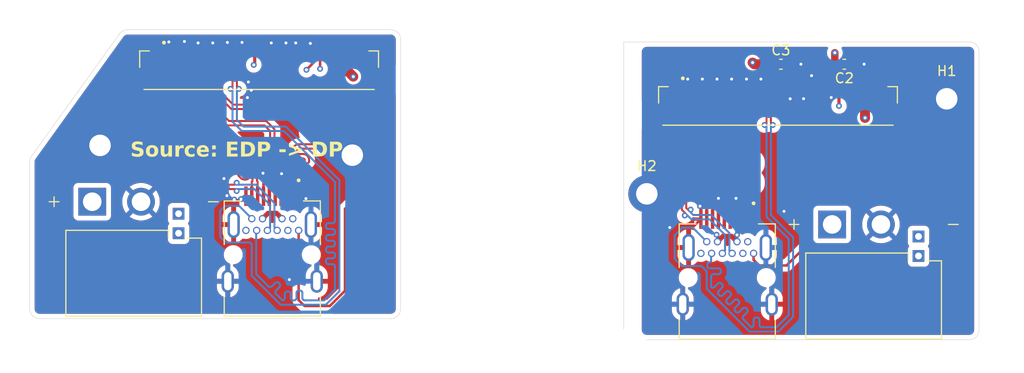
<source format=kicad_pcb>
(kicad_pcb (version 20241229) (generator "pcbnew") (generator_version "9.0")
  (layers (0 "F.Cu" signal) (4 "In1.Cu" power) (6 "In2.Cu" power) (2 "B.Cu" signal) (13 "F.Paste" user) (15 "B.Paste" user) (5 "F.SilkS" user "F.Silkscreen") (7 "B.SilkS" user "B.Silkscreen") (1 "F.Mask" user) (3 "B.Mask" user) (25 "Edge.Cuts" user))
  (net 0 "")
  (net 1 "+3.3V")
  (net 2 "GND")
  (net 3 "1_EDP_TX_N")
  (net 4 "2_EDP_TX_N")
  (net 5 "+5V")
  (net 6 "3_EDP_TX_N")
  (net 7 "0_EDP_TX_P")
  (net 8 "0_EDP_TX_N")
  (net 9 "AUX_N")
  (net 10 "3_EDP_TX_P")
  (net 11 "2_EDP_TX_P")
  (net 12 "AUX_P")
  (net 13 "EDP_HPD")
  (net 14 "1_EDP_TX_P")
  (net 15 "BLK_OFF_N")
  (net 16 "BLK_PWM_LCD")
  (net 23 "SELF_TEST")
  (footprint "MountingHole:MountingHole_2.2mm_M2_DIN965_Pad_TopBottom" (layer "F.Cu") (at 164.24 45.31)
    (property "Reference" "H1")
    (property "Value" "MountingHole_Pad")
  )
  (footprint "MountingHole:MountingHole_2.2mm_M2_DIN965_Pad_TopBottom" (layer "F.Cu") (at 133.51 55.05)
    (property "Reference" "H2")
    (property "Value" "MountingHole_Pad")
  )
  (footprint "SnapEDA:AMPHENOL_G46M2013201AWEU" (layer "F.Cu") (at 141.75 63.64)
    (property "Reference" "J5" (hide yes))
    (property "Value" "G46M2013201AWEU")
  )
  (footprint "MountingHole:MountingHole_2.2mm_M2_DIN965_Pad_TopBottom" (layer "F.Cu") (at 103.331494 51.087162)
    (property "Reference" "H2" (hide yes))
    (property "Value" "MountingHole_Pad")
  )
  (footprint "SnapEDA:AMASS_XT30PW_2_2_-M.G.B" (layer "F.Cu") (at 80.931494 63.187162)
    (property "Reference" "J3" (hide yes))
    (property "Value" "XT30PW_2_2_-M.G.B")
  )
  (footprint "Capacitor_SMD:C_0603_1608Metric_Pad1.08x0.95mm_HandSolder" (layer "F.Cu") (at 153.7485 41.77 180)
    (property "Reference" "C2")
    (property "Value" "1uF")
  )
  (footprint "SnapEDA:AMASS_XT30PW_2_2_-M.G.B" (layer "F.Cu") (at 156.75 65.515)
    (property "Reference" "J4" (hide yes))
    (property "Value" "XT30PW_2_2_-M.G.B")
  )
  (footprint "SnapEDA:IPEX_20455-040E-76" (layer "F.Cu") (at 93.781494 42.457162)
    (property "Reference" "J1" (hide yes))
    (property "Value" "20455-040E-76")
  )
  (footprint "Capacitor_SMD:C_0603_1608Metric_Pad1.08x0.95mm_HandSolder" (layer "F.Cu") (at 147.2485 41.77)
    (property "Reference" "C3")
    (property "Value" "1uF")
  )
  (footprint "SnapEDA:IPEX_20455-040E-76" (layer "F.Cu") (at 146.95 46.115)
    (property "Reference" "J6" (hide yes))
    (property "Value" "20455-040E-76")
  )
  (footprint "SnapEDA:AMPHENOL_G46M2013201AWEU" (layer "F.Cu") (at 95.131494 61.287162)
    (property "Reference" "J2" (hide yes))
    (property "Value" "G46M2013201AWEU")
  )
  (footprint "MountingHole:MountingHole_2.2mm_M2_DIN965_Pad_TopBottom" (layer "F.Cu") (at 77.481494 50.087162)
    (property "Reference" "H1" (hide yes))
    (property "Value" "MountingHole_Pad")
  )
  (gr_line (start 107.281494 38.237162) (end 80.293854 38.237162) (stroke (width 0.05)) (layer "Edge.Cuts"))
  (gr_line (start 70.469843 51.175456) (end 79.482203 38.653019) (stroke (width 0.05)) (layer "Edge.Cuts"))
  (gr_arc (start 167.55 69) (mid 167.257107 69.707107) (end 166.55 70) (stroke (width 0.05)) (layer "Edge.Cuts"))
  (gr_line (start 166.55 39.49) (end 131.15 39.49) (stroke (width 0.05)) (layer "Edge.Cuts"))
  (gr_arc (start 107.281494 38.237162) (mid 107.988601 38.530055) (end 108.281494 39.237162) (stroke (width 0.05)) (layer "Edge.Cuts"))
  (gr_line (start 71.281494 67.837162) (end 107.281494 67.837162) (stroke (width 0.05)) (layer "Edge.Cuts"))
  (gr_arc (start 70.281494 51.759599) (mid 70.329745 51.45272) (end 70.469843 51.175456) (stroke (width 0.05)) (layer "Edge.Cuts"))
  (gr_line (start 133.5 70) (end 166.55 70) (stroke (width 0.05)) (layer "Edge.Cuts"))
  (gr_line (start 131.15 39.49) (end 131.15 68.925) (stroke (width 0.05)) (layer "Edge.Cuts"))
  (gr_arc (start 108.281494 66.837162) (mid 107.988601 67.544269) (end 107.281494 67.837162) (stroke (width 0.05)) (layer "Edge.Cuts"))
  (gr_line (start 167.55 69) (end 167.55 40.49) (stroke (width 0.05)) (layer "Edge.Cuts"))
  (gr_arc (start 166.55 39.49) (mid 167.257107 39.782893) (end 167.55 40.49) (stroke (width 0.05)) (layer "Edge.Cuts"))
  (gr_arc (start 71.281494 67.837162) (mid 70.574387 67.544269) (end 70.281494 66.837162) (stroke (width 0.05)) (layer "Edge.Cuts"))
  (gr_line (start 108.281494 66.837162) (end 108.281494 39.237162) (stroke (width 0.05)) (layer "Edge.Cuts"))
  (gr_line (start 70.281494 66.837162) (end 70.281494 51.759599) (stroke (width 0.05)) (layer "Edge.Cuts"))
  (gr_arc (start 79.482203 38.653019) (mid 79.837859 38.347163) (end 80.293854 38.237162) (stroke (width 0.05)) (layer "Edge.Cuts"))
  (gr_text "Source: EDP -> DP" (at 80.581494 51.487162 0) (layer "F.SilkS") (effects (font (size 1.5 1.5) (thickness 0.3) (bold yes)) (justify left bottom)))
  (segment (start 146.386 44.009) (end 146.2 44.195) (width 1.016) (layer "F.Cu") (net 1))
  (segment (start 144.52 41.77) (end 144.35 41.6) (width 1.016) (layer "F.Cu") (net 1))
  (segment (start 146.386 41.77) (end 146.386 44.009) (width 1.016) (layer "F.Cu") (net 1))
  (segment (start 93.331494 41.737162) (end 93.231494 41.837162) (width 0.3175) (layer "F.Cu") (net 1))
  (segment (start 93.031494 40.537162) (end 93.331494 40.837162) (width 0.3175) (layer "F.Cu") (net 1))
  (segment (start 92.531494 40.537162) (end 94.031494 40.537162) (width 0.3175) (layer "F.Cu") (net 1))
  (segment (start 146.386 41.77) (end 144.52 41.77) (width 1.016) (layer "F.Cu") (net 1))
  (segment (start 93.331494 40.837162) (end 93.331494 41.037162) (width 0.3175) (layer "F.Cu") (net 1))
  (segment (start 146.2 44.195) (end 146.866 44.195) (width 1.016) (layer "F.Cu") (net 1))
  (segment (start 93.331494 41.037162) (end 93.331494 41.737162) (width 0.3175) (layer "F.Cu") (net 1))
  (via (at 144.35 41.6) (size 0.6) (drill 0.3) (layers "F.Cu" "B.Cu") (net 1))
  (via (at 93.231494 41.837162) (size 0.6) (drill 0.3) (layers "F.Cu" "B.Cu") (net 1))
  (segment (start 96.031494 53.037162) (end 96.081494 52.987162) (width 0.254) (layer "F.Cu") (net 2))
  (segment (start 140.75 59.95) (end 140.75 59.331728) (width 0.254) (layer "F.Cu") (net 2))
  (segment (start 154.611 41.77) (end 155.77 41.77) (width 0.254) (layer "F.Cu") (net 2))
  (segment (start 150.7 43.25) (end 150.39 42.94) (width 0.254) (layer "F.Cu") (net 2))
  (segment (start 140.75 59.331728) (end 140.659136 59.240864) (width 0.254) (layer "F.Cu") (net 2))
  (segment (start 84.531494 40.537162) (end 84.531494 39.487162) (width 0.254) (layer "F.Cu") (net 2))
  (segment (start 86.031494 39.537162) (end 86.131494 39.437162) (width 0.254) (layer "F.Cu") (net 2))
  (segment (start 143.7 44.195) (end 143.7 43.315) (width 0.254) (layer "F.Cu") (net 2))
  (segment (start 138.19 58.5) (end 135.86 58.5) (width 0.254) (layer "F.Cu") (net 2))
  (segment (start 146.77 57.64) (end 147.57 56.84) (width 0.254) (layer "F.Cu") (net 2))
  (segment (start 149.7 44.195) (end 149.7 45.173) (width 0.254) (layer "F.Cu") (net 2))
  (segment (start 94.231494 52.987162) (end 94.181494 52.937162) (width 0.254) (layer "F.Cu") (net 2))
  (segment (start 92.231494 55.287162) (end 91.931494 55.587162) (width 0.254) (layer "F.Cu") (net 2))
  (segment (start 92.031494 40.537162) (end 92.031494 39.537162) (width 0.254) (layer "F.Cu") (net 2))
  (segment (start 86.031494 40.537162) (end 86.031494 39.537162) (width 0.254) (layer "F.Cu") (net 2))
  (segment (start 152.2 44.195) (end 152.2 44.974) (width 0.254) (layer "F.Cu") (net 2))
  (segment (start 96.531494 40.537162) (end 96.531494 39.587162) (width 0.254) (layer "F.Cu") (net 2))
  (segment (start 142.2 44.195) (end 142.2 43.29) (width 0.254) (layer "F.Cu") (net 2))
  (segment (start 145.2 44.195) (end 145.2 43.29) (width 0.254) (layer "F.Cu") (net 2))
  (segment (start 89.031494 40.537162) (end 89.031494 39.587162) (width 0.254) (layer "F.Cu") (net 2))
  (segment (start 139.2 44.195) (end 139.2 43.29) (width 0.254) (layer "F.Cu") (net 2))
  (segment (start 94.231494 55.287162) (end 94.231494 52.987162) (width 0.254) (layer "F.Cu") (net 2))
  (segment (start 148.2 44.195) (end 148.2 45.31) (width 0.254) (layer "F.Cu") (net 2))
  (segment (start 98.331494 55.287162) (end 98.581494 55.537162) (width 0.254) (layer "F.Cu") (net 2))
  (segment (start 148.111 41.77) (end 149.295 41.77) (width 0.254) (layer "F.Cu") (net 2))
  (segment (start 144.45 57.64) (end 146.77 57.64) (width 0.254) (layer "F.Cu") (net 2))
  (segment (start 142.65 57.64) (end 142.65 55.51) (width 0.254) (layer "F.Cu") (net 2))
  (segment (start 94.131494 57.597162) (end 94.221494 57.597162) (width 0.254) (layer "F.Cu") (net 2))
  (segment (start 143.7 43.315) (end 143.725 43.29) (width 0.254) (layer "F.Cu") (net 2))
  (segment (start 149.7 45.173) (end 149.573 45.3) (width 0.254) (layer "F.Cu") (net 2))
  (segment (start 97.831494 55.287162) (end 98.331494 55.287162) (width 0.254) (layer "F.Cu") (net 2))
  (segment (start 96.031494 55.287162) (end 96.031494 53.037162) (width 0.254) (layer "F.Cu") (net 2))
  (segment (start 152.2 44.974) (end 152.406 45.18) (width 0.254) (layer "F.Cu") (net 2))
  (segment (start 139.05 57.64) (end 138.19 58.5) (width 0.254) (layer "F.Cu") (net 2))
  (segment (start 140.85 57.64) (end 140.85 55.51) (width 0.254) (layer "F.Cu") (net 2))
  (segment (start 140.7 44.195) (end 140.7 43.29) (width 0.254) (layer "F.Cu") (net 2))
  (segment (start 95.031494 40.537162) (end 95.031494 39.587162) (width 0.254) (layer "F.Cu") (net 2))
  (segment (start 150.7 44.195) (end 150.7 43.25) (width 0.254) (layer "F.Cu") (net 2))
  (segment (start 137.7 44.195) (end 137.7 43.29) (width 0.254) (layer "F.Cu") (net 2))
  (segment (start 155.77 41.77) (end 155.775 41.765) (width 0.254) (layer "F.Cu") (net 2))
  (segment (start 87.531494 40.537162) (end 87.531494 39.587162) (width 0.254) (layer "F.Cu") (net 2))
  (segment (start 139.05 57.64) (end 139.05 56.4) (width 0.254) (layer "F.Cu") (net 2))
  (segment (start 139.05 56.4) (end 138.96 56.31) (width 0.254) (layer "F.Cu") (net 2))
  (segment (start 139.05 57.64) (end 139.05 58.08) (width 0.254) (layer "F.Cu") (net 2))
  (segment (start 142.75 59.95) (end 142.75 59.26) (width 0.254) (layer "F.Cu") (net 2))
  (segment (start 90.531494 40.537162) (end 90.531494 39.537162) (width 0.254) (layer "F.Cu") (net 2))
  (segment (start 97.531494 40.537162) (end 97.531494 39.587162) (width 0.254) (layer "F.Cu") (net 2))
  (segment (start 96.131494 57.597162) (end 96.131494 57.437162) (width 0.254) (layer "F.Cu") (net 2))
  (segment (start 92.431494 55.287162) (end 92.231494 55.287162) (width 0.254) (layer "F.Cu") (net 2))
  (segment (start 149.295 41.77) (end 149.3 41.765) (width 0.254) (layer "F.Cu") (net 2))
  (segment (start 99.031494 40.537162) (end 99.031494 39.637162) (width 0.254) (layer "F.Cu") (net 2))
  (via (at 140.7 43.29) (size 0.6) (drill 0.3) (layers "F.Cu" "B.Cu") (net 2))
  (via (at 96.081494 52.987162) (size 0.6) (drill 0.3) (layers "F.Cu" "B.Cu") (net 2))
  (via (at 140.659136 59.240864) (size 0.6) (drill 0.3) (layers "F.Cu" "B.Cu") (net 2))
  (via (at 149.573 45.3) (size 0.6) (drill 0.3) (layers "F.Cu" "B.Cu") (net 2))
  (via (at 90.531494 39.537162) (size 0.6) (drill 0.3) (layers "F.Cu" "B.Cu") (net 2))
  (via (at 147.57 56.84) (size 0.6) (drill 0.3) (layers "F.Cu" "B.Cu") (net 2))
  (via (at 98.581494 55.537162) (size 0.6) (drill 0.3) (layers "F.Cu" "B.Cu") (net 2))
  (via (at 152.406 45.18) (size 0.6) (drill 0.3) (layers "F.Cu" "B.Cu") (net 2))
  (via (at 138.96 56.31) (size 0.6) (drill 0.3) (layers "F.Cu" "B.Cu") (net 2))
  (via (at 86.131494 39.437162) (size 0.6) (drill 0.3) (layers "F.Cu" "B.Cu") (net 2))
  (via (at 149.3 41.765) (size 0.6) (drill 0.3) (layers "F.Cu" "B.Cu") (net 2))
  (via (at 90.181494 53.487162) (size 0.6) (drill 0.3) (layers "F.Cu" "B.Cu") (net 2))
  (via (at 90.481494 55.237162) (size 0.6) (drill 0.3) (layers "F.Cu" "B.Cu") (net 2))
  (via (at 92.581494 45.187162) (size 0.6) (drill 0.3) (layers "F.Cu" "B.Cu") (net 2))
  (via (at 142.2 43.29) (size 0.6) (drill 0.3) (layers "F.Cu" "B.Cu") (net 2))
  (via (at 96.531494 39.587162) (size 0.6) (drill 0.3) (layers "F.Cu" "B.Cu") (net 2))
  (via (at 95.031494 39.587162) (size 0.6) (drill 0.3) (layers "F.Cu" "B.Cu") (net 2))
  (via (at 92.681494 43.587162) (size 0.6) (drill 0.3) (layers "F.Cu" "B.Cu") (net 2))
  (via (at 145.2 43.29) (size 0.6) (drill 0.3) (layers "F.Cu" "B.Cu") (net 2))
  (via (at 89.031494 39.587162) (size 0.6) (drill 0.3) (layers "F.Cu" "B.Cu") (net 2))
  (via (at 148.2 45.31) (size 0.6) (drill 0.3) (layers "F.Cu" "B.Cu") (net 2))
  (via (at 96.881494 63.837162) (size 0.6) (drill 0.3) (layers "F.Cu" "B.Cu") (net 2))
  (via (at 94.181494 52.937162) (size 0.6) (drill 0.3) (layers "F.Cu" "B.Cu") (net 2))
  (via (at 87.531494 39.587162) (size 0.6) (drill 0.3) (layers "F.Cu" "B.Cu") (net 2))
  (via (at 135.86 58.5) (size 0.6) (drill 0.3) (layers "F.Cu" "B.Cu") (net 2))
  (via (at 91.231494 55.637162) (size 0.6) (drill 0.3) (layers "F.Cu" "B.Cu") (net 2))
  (via (at 91.931494 55.587162) (size 0.6) (drill 0.3) (layers "F.Cu" "B.Cu") (net 2))
  (via (at 84.531494 39.487162) (size 0.6) (drill 0.3) (layers "F.Cu" "B.Cu") (net 2))
  (via (at 155.775 41.765) (size 0.6) (drill 0.3) (layers "F.Cu" "B.Cu") (net 2))
  (via (at 92.031494 39.537162) (size 0.6) (drill 0.3) (layers "F.Cu" "B.Cu") (net 2))
  (via (at 139.2 43.29) (size 0.6) (drill 0.3) (layers "F.Cu" "B.Cu") (net 2))
  (via (at 92.981494 44.437162) (size 0.6) (drill 0.3) (layers "F.Cu" "B.Cu") (net 2))
  (via (at 97.531494 39.587162) (size 0.6) (drill 0.3) (layers "F.Cu" "B.Cu") (net 2))
  (via (at 140.85 55.51) (size 0.6) (drill 0.3) (layers "F.Cu" "B.Cu") (net 2))
  (via (at 137.7 43.29) (size 0.6) (drill 0.3) (layers "F.Cu" "B.Cu") (net 2))
  (via (at 142.65 55.51) (size 0.6) (drill 0.3) (layers "F.Cu" "B.Cu") (net 2))
  (via (at 142.75 59.26) (size 0.6) (drill 0.3) (layers "F.Cu" "B.Cu") (net 2))
  (via (at 150.39 42.94) (size 0.6) (drill 0.3) (layers "F.Cu" "B.Cu") (net 2))
  (via (at 143.725 43.29) (size 0.6) (drill 0.3) (layers "F.Cu" "B.Cu") (net 2))
  (via (at 99.031494 39.637162) (size 0.6) (drill 0.3) (layers "F.Cu" "B.Cu") (net 2))
  (segment (start 99.691494 64.007162) (end 99.691494 63.947162) (width 0.254) (layer "B.Cu") (net 2))
  (segment (start 97.051494 64.007162) (end 96.881494 63.837162) (width 0.254) (layer "B.Cu") (net 2))
  (segment (start 99.691494 64.007162) (end 97.051494 64.007162) (width 0.254) (layer "B.Cu") (net 2))
  (segment (start 88.056494 41.237163) (end 88.031494 41.212163) (width 0.2) (layer "F.Cu") (net 3))
  (segment (start 142.275 52.365) (end 141.85 52.365) (width 0.2) (layer "F.Cu") (net 3))
  (segment (start 88.056494 45.58036) (end 88.056494 41.237163) (width 0.2) (layer "F.Cu") (net 3))
  (segment (start 141.9 46.8025) (end 141.9 46.4775) (width 0.2) (layer "F.Cu") (net 3))
  (segment (start 141.45 56.139999) (end 141.525 56.064999) (width 0.2) (layer "F.Cu") (net 3))
  (segment (start 94.906494 48.612162) (end 94.331494 48.037162) (width 0.2) (layer "F.Cu") (net 3))
  (segment (start 140.55 49.8025) (end 140.55 49.4775) (width 0.2) (layer "F.Cu") (net 3))
  (segment (start 141.9 48.8025) (end 141.9 48.4775) (width 0.2) (layer "F.Cu") (net 3))
  (segment (start 142.45 52.74) (end 142.45 52.54) (width 0.2) (layer "F.Cu") (net 3))
  (segment (start 141.2 44.870001) (end 141.2 44.195) (width 0.2) (layer "F.Cu") (net 3))
  (segment (start 141.225 48.365) (end 141.1125 48.365) (width 0.2) (layer "F.Cu") (net 3))
  (segment (start 94.906494 53.712161) (end 94.906494 48.612162) (width 0.2) (layer "F.Cu") (net 3))
  (segment (start 140.55 47.8025) (end 140.55 47.4775) (width 0.2) (layer "F.Cu") (net 3))
  (segment (start 141.85 50.915) (end 142.075 50.915) (width 0.2) (layer "F.Cu") (net 3))
  (segment (start 88.031494 41.212163) (end 88.031494 40.537162) (width 0.2) (layer "F.Cu") (net 3))
  (segment (start 142.25 50.74) (end 142.25 50.54) (width 0.2) (layer "F.Cu") (net 3))
  (segment (start 141.225 53.726394) (end 141.225 53.54) (width 0.2) (layer "F.Cu") (net 3))
  (segment (start 141.675 48.915) (end 141.7875 48.915) (width 0.2) (layer "F.Cu") (net 3))
  (segment (start 141.225 45.8025) (end 141.225 45.4775) (width 0.2) (layer "F.Cu") (net 3))
  (segment (start 141.675 48.365) (end 141.225 48.365) (width 0.2) (layer "F.Cu") (net 3))
  (segment (start 94.831494 53.787161) (end 94.906494 53.712161) (width 0.2) (layer "F.Cu") (net 3))
  (segment (start 141.225 46.915) (end 141.5625 46.915) (width 0.2) (layer "F.Cu") (net 3))
  (segment (start 141.85 52.915) (end 142.275 52.915) (width 0.2) (layer "F.Cu") (net 3))
  (segment (start 141.225 51.74) (end 141.225 51.54) (width 0.2) (layer "F.Cu") (net 3))
  (segment (start 141.225 48.915) (end 141.675 48.915) (width 0.2) (layer "F.Cu") (net 3))
  (segment (start 141.1125 46.915) (end 141.225 46.915) (width 0.2) (layer "F.Cu") (net 3))
  (segment (start 141.525 56.064999) (end 141.525 55.283222) (width 0.2) (layer "F.Cu") (net 3))
  (segment (start 90.513296 48.037162) (end 88.056494 45.58036) (width 0.2) (layer "F.Cu") (net 3))
  (segment (start 141.5625 46.915) (end 141.7875 46.915) (width 0.2) (layer "F.Cu") (net 3))
  (segment (start 94.831494 55.287162) (end 94.831494 53.787161) (width 0.2) (layer "F.Cu") (net 3))
  (segment (start 141.225 44.895001) (end 141.2 44.870001) (width 0.2) (layer "F.Cu") (net 3))
  (segment (start 141.525 54.026394) (end 141.225 53.726394) (width 0.2) (layer "F.Cu") (net 3))
  (segment (start 141.7875 48.365) (end 141.675 48.365) (width 0.2) (layer "F.Cu") (net 3))
  (segment (start 141.225 50.365) (end 141.1125 50.365) (width 0.2) (layer "F.Cu") (net 3))
  (segment (start 141.85 50.365) (end 141.225 50.365) (width 0.2) (layer "F.Cu") (net 3))
  (segment (start 141.525 55.283222) (end 141.525 54.026394) (width 0.2) (layer "F.Cu") (net 3))
  (segment (start 142.075 50.365) (end 141.85 50.365) (width 0.2) (layer "F.Cu") (net 3))
  (segment (start 94.331494 48.037162) (end 90.513296 48.037162) (width 0.2) (layer "F.Cu") (net 3))
  (segment (start 141.1125 48.915) (end 141.225 48.915) (width 0.2) (layer "F.Cu") (net 3))
  (segment (start 141.225 45.4775) (end 141.225 44.895001) (width 0.2) (layer "F.Cu") (net 3))
  (segment (start 141.45 57.64) (end 141.45 56.139999) (width 0.2) (layer "F.Cu") (net 3))
  (arc (start 141.225 51.54) (mid 141.408058 51.098058) (end 141.85 50.915) (width 0.2) (layer "F.Cu") (net 3))
  (arc (start 141.1125 48.365) (mid 140.714752 48.200248) (end 140.55 47.8025) (width 0.2) (layer "F.Cu") (net 3))
  (arc (start 141.7875 46.915) (mid 141.86705 46.88205) (end 141.9 46.8025) (width 0.2) (layer "F.Cu") (net 3))
  (arc (start 141.1125 50.365) (mid 140.714752 50.200248) (end 140.55 49.8025) (width 0.2) (layer "F.Cu") (net 3))
  (arc (start 142.25 50.54) (mid 142.198744 50.416256) (end 142.075 50.365) (width 0.2) (layer "F.Cu") (net 3))
  (arc (start 141.7875 48.915) (mid 141.86705 48.88205) (end 141.9 48.8025) (width 0.2) (layer "F.Cu") (net 3))
  (arc (start 142.45 52.54) (mid 142.398744 52.416256) (end 142.275 52.365) (width 0.2) (layer "F.Cu") (net 3))
  (arc (start 142.275 52.915) (mid 142.398744 52.863744) (end 142.45 52.74) (width 0.2) (layer "F.Cu") (net 3))
  (arc (start 141.7875 46.365) (mid 141.389752 46.200248) (end 141.225 45.8025) (width 0.2) (layer "F.Cu") (net 3))
  (arc (start 141.85 52.365) (mid 141.408058 52.181942) (end 141.225 51.74) (width 0.2) (layer "F.Cu") (net 3))
  (arc (start 141.9 46.4775) (mid 141.86705 46.39795) (end 141.7875 46.365) (width 0.2) (layer "F.Cu") (net 3))
  (arc (start 140.55 49.4775) (mid 140.714752 49.079752) (end 141.1125 48.915) (width 0.2) (layer "F.Cu") (net 3))
  (arc (start 140.55 47.4775) (mid 140.714752 47.079752) (end 141.1125 46.915) (width 0.2) (layer "F.Cu") (net 3))
  (arc (start 141.9 48.4775) (mid 141.86705 48.39795) (end 141.7875 48.365) (width 0.2) (layer "F.Cu") (net 3))
  (arc (start 142.075 50.915) (mid 142.198744 50.863744) (end 142.25 50.74) (width 0.2) (layer "F.Cu") (net 3))
  (arc (start 141.225 53.54) (mid 141.408058 53.098058) (end 141.85 52.915) (width 0.2) (layer "F.Cu") (net 3))
  (segment (start 139.55 54.250685) (end 140.175 54.250685) (width 0.2) (layer "F.Cu") (net 4))
  (segment (start 91.854448 52.278314) (end 92.013547 52.119215) (width 0.2) (layer "F.Cu") (net 4))
  (segment (start 86.556494 46.98036) (end 86.556494 41.237163) (width 0.2) (layer "F.Cu") (net 4))
  (segment (start 92.172645 51.960116) (end 92.596909 51.535852) (width 0.2) (layer "F.Cu") (net 4))
  (segment (start 89.927576 50.59893) (end 89.627057 50.89945) (width 0.2) (layer "F.Cu") (net 4))
  (segment (start 139.65 57.64) (end 139.65 56.139999) (width 0.2) (layer "F.Cu") (net 4))
  (segment (start 90.369517 50.156989) (end 90.086675 50.439832) (width 0.2) (layer "F.Cu") (net 4))
  (segment (start 92.013546 52.119214) (end 92.172645 51.960116) (width 0.2) (layer "F.Cu") (net 4))
  (segment (start 139.725 50.075685) (end 139.725 49.875685) (width 0.2) (layer "F.Cu") (net 4))
  (segment (start 139.125 50.250685) (end 139.55 50.250685) (width 0.2) (layer "F.Cu") (net 4))
  (segment (start 139.125 52.250685) (end 139.725 52.250685) (width 0.2) (layer "F.Cu") (net 4))
  (segment (start 92.207998 51.146941) (end 91.783733 51.571205) (width 0.2) (layer "F.Cu") (net 4))
  (segment (start 93.031494 55.287162) (end 93.031494 53.787161) (width 0.2) (layer "F.Cu") (net 4))
  (segment (start 140.3125 53.700685) (end 140.175 53.700685) (width 0.2) (layer "F.Cu") (net 4))
  (segment (start 90.015967 51.28836) (end 90.440232 50.864096) (width 0.2) (layer "F.Cu") (net 4))
  (segment (start 139.55 51.700685) (end 139.125 51.700685) (width 0.2) (layer "F.Cu") (net 4))
  (segment (start 139.725 53.700685) (end 139.125 53.700685) (width 0.2) (layer "F.Cu") (net 4))
  (segment (start 93.031494 53.787161) (end 93.106494 53.712161) (width 0.2) (layer "F.Cu") (net 4))
  (segment (start 138.5 51.075685) (end 138.5 50.875685) (width 0.2) (layer "F.Cu") (net 4))
  (segment (start 90.086675 50.439832) (end 89.927576 50.59893) (width 0.2) (layer "F.Cu") (net 4))
  (segment (start 140.45 54.113185) (end 140.45 53.838185) (width 0.2) (layer "F.Cu") (net 4))
  (segment (start 139.65 56.139999) (end 139.725 56.064999) (width 0.2) (layer "F.Cu") (net 4))
  (segment (start 91.783733 51.571205) (end 91.465537 51.889401) (width 0.2) (layer "F.Cu") (net 4))
  (segment (start 140.2875 51.700685) (end 140.175 51.700685) (width 0.2) (layer "F.Cu") (net 4))
  (segment (start 140.4 52.138185) (end 140.4 51.813185) (width 0.2) (layer "F.Cu") (net 4))
  (segment (start 91.465537 51.889401) (end 91.041273 52.313666) (width 0.2) (layer "F.Cu") (net 4))
  (segment (start 86.556494 41.237163) (end 86.531494 41.212163) (width 0.2) (layer "F.Cu") (net 4))
  (segment (start 140.175 51.700685) (end 139.55 51.700685) (width 0.2) (layer "F.Cu") (net 4))
  (segment (start 90.440232 50.864096) (end 90.758429 50.5459) (width 0.2) (layer "F.Cu") (net 4))
  (segment (start 86.531494 41.212163) (end 86.531494 40.537162) (width 0.2) (layer "F.Cu") (net 4))
  (segment (start 90.157389 52.313664) (end 90.015967 52.172242) (width 0.2) (layer "F.Cu") (net 4))
  (segment (start 91.898645 53.418523) (end 91.739544 53.259422) (width 0.2) (layer "F.Cu") (net 4))
  (segment (start 139.125 54.250685) (end 139.55 54.250685) (width 0.2) (layer "F.Cu") (net 4))
  (segment (start 90.758429 50.5459) (end 91.182693 50.121636) (width 0.2) (layer "F.Cu") (net 4))
  (segment (start 92.994658 53.418524) (end 92.994657 53.418522) (width 0.2) (layer "F.Cu") (net 4))
  (segment (start 93.106494 53.712161) (end 93.106494 53.53036) (width 0.2) (layer "F.Cu") (net 4))
  (segment (start 91.182693 49.874147) (end 91.041271 49.732725) (width 0.2) (layer "F.Cu") (net 4))
  (segment (start 88.90227 49.326135) (end 88.76085 49.184715) (width 0.2) (layer "F.Cu") (net 4))
  (segment (start 139.725 48.889098) (end 139.725 44.895001) (width 0.2) (layer "F.Cu") (net 4))
  (segment (start 88.743173 50.899448) (end 88.601751 50.758026) (width 0.2) (layer "F.Cu") (net 4))
  (segment (start 92.596909 51.288363) (end 92.455487 51.146941) (width 0.2) (layer "F.Cu") (net 4))
  (segment (start 140.175 53.700685) (end 139.725 53.700685) (width 0.2) (layer "F.Cu") (net 4))
  (segment (start 92.013547 52.119215) (end 92.013546 52.119214) (width 0.2) (layer "F.Cu") (net 4))
  (segment (start 139.7 44.870001) (end 139.7 44.195) (width 0.2) (layer "F.Cu") (net 4))
  (segment (start 88.601751 49.874144) (end 88.902271 49.573625) (width 0.2) (layer "F.Cu") (net 4))
  (segment (start 139.55 55.700685) (end 139.125 55.700685) (width 0.2) (layer "F.Cu") (net 4))
  (segment (start 88.76085 49.184715) (end 88.125394 48.54926) (width 0.2) (layer "F.Cu") (net 4))
  (segment (start 139.725 49.875685) (end 139.725 48.889098) (width 0.2) (layer "F.Cu") (net 4))
  (segment (start 140.175 52.250685) (end 140.2875 52.250685) (width 0.2) (layer "F.Cu") (net 4))
  (segment (start 93.106494 54.387162) (end 93.031494 54.462162) (width 0.2) (layer "F.Cu") (net 4))
  (segment (start 139.725 52.250685) (end 140.175 52.250685) (width 0.2) (layer "F.Cu") (net 4))
  (segment (start 140.175 54.250685) (end 140.3125 54.250685) (width 0.2) (layer "F.Cu") (net 4))
  (segment (start 93.106494 53.53036) (end 92.994658 53.418524) (width 0.2) (layer "F.Cu") (net 4))
  (segment (start 91.739543 52.393218) (end 91.854448 52.278314) (width 0.2) (layer "F.Cu") (net 4))
  (segment (start 139.725 44.895001) (end 139.7 44.870001) (width 0.2) (layer "F.Cu") (net 4))
  (segment (start 138.5 55.075685) (end 138.5 54.875685) (width 0.2) (layer "F.Cu") (net 4))
  (segment (start 88.125394 48.54926) (end 86.556494 46.98036) (width 0.2) (layer "F.Cu") (net 4))
  (segment (start 90.793782 49.732725) (end 90.369517 50.156989) (width 0.2) (layer "F.Cu") (net 4))
  (segment (start 138.5 53.075685) (end 138.5 52.875685) (width 0.2) (layer "F.Cu") (net 4))
  (segment (start 139.725 56.064999) (end 139.725 55.875685) (width 0.2) (layer "F.Cu") (net 4))
  (arc (start 140.2875 52.250685) (mid 140.36705 52.217735) (end 140.4 52.138185) (width 0.2) (layer "F.Cu") (net 4))
  (arc (start 139.125 51.700685) (mid 138.683058 51.517627) (end 138.5 51.075685) (width 0.2) (layer "F.Cu") (net 4))
  (arc (start 139.55 50.250685) (mid 139.673744 50.199429) (end 139.725 50.075685) (width 0.2) (layer "F.Cu") (net 4))
  (arc (start 92.994657 53.418522) (mid 92.879752 53.370927) (end 92.764847 53.418522) (width 0.2) (layer "F.Cu") (net 4))
  (arc (start 138.5 52.875685) (mid 138.683058 52.433743) (end 139.125 52.250685) (width 0.2) (layer "F.Cu") (net 4))
  (arc (start 89.627057 50.89945) (mid 89.185115 51.082507) (end 88.743173 50.899448) (width 0.2) (layer "F.Cu") (net 4))
  (arc (start 91.041271 49.732725) (mid 90.917527 49.681468) (end 90.793782 49.732725) (width 0.2) (layer "F.Cu") (net 4))
  (arc (start 91.739544 53.259422) (mid 91.560147 52.826321) (end 91.739543 52.393218) (width 0.2) (layer "F.Cu") (net 4))
  (arc (start 92.596909 51.535852) (mid 92.648166 51.412107) (end 92.596909 51.288363) (width 0.2) (layer "F.Cu") (net 4))
  (arc (start 140.45 53.838185) (mid 140.409727 53.740958) (end 140.3125 53.700685) (width 0.2) (layer "F.Cu") (net 4))
  (arc (start 92.764847 53.418522) (mid 92.331746 53.59792) (end 91.898645 53.418523) (width 0.2) (layer "F.Cu") (net 4))
  (arc (start 90.015967 52.172242) (mid 89.83291 51.730302) (end 90.015967 51.28836) (width 0.2) (layer "F.Cu") (net 4))
  (arc (start 139.125 55.700685) (mid 138.683058 55.517627) (end 138.5 55.075685) (width 0.2) (layer "F.Cu") (net 4))
  (arc (start 92.455487 51.146941) (mid 92.331743 51.095684) (end 92.207998 51.146941) (width 0.2) (layer "F.Cu") (net 4))
  (arc (start 138.5 50.875685) (mid 138.683058 50.433743) (end 139.125 50.250685) (width 0.2) (layer "F.Cu") (net 4))
  (arc (start 91.182693 50.121636) (mid 91.23395 49.997891) (end 91.182693 49.874147) (width 0.2) (layer "F.Cu") (net 4))
  (arc (start 140.3125 54.250685) (mid 140.409727 54.210412) (end 140.45 54.113185) (width 0.2) (layer "F.Cu") (net 4))
  (arc (start 88.601751 50.758026) (mid 88.418694 50.316086) (end 88.601751 49.874144) (width 0.2) (layer "F.Cu") (net 4))
  (arc (start 138.5 54.875685) (mid 138.683058 54.433743) (end 139.125 54.250685) (width 0.2) (layer "F.Cu") (net 4))
  (arc (start 88.902271 49.573625) (mid 88.953528 49.44988) (end 88.90227 49.326135) (width 0.2) (layer "F.Cu") (net 4))
  (arc (start 140.4 51.813185) (mid 140.36705 51.733635) (end 140.2875 51.700685) (width 0.2) (layer "F.Cu") (net 4))
  (arc (start 91.041273 52.313666) (mid 90.599331 52.496723) (end 90.157389 52.313664) (width 0.2) (layer "F.Cu") (net 4))
  (arc (start 139.725 55.875685) (mid 139.673744 55.751941) (end 139.55 55.700685) (width 0.2) (layer "F.Cu") (net 4))
  (arc (start 139.125 53.700685) (mid 138.683058 53.517627) (end 138.5 53.075685) (width 0.2) (layer "F.Cu") (net 4))
  (segment (start 155.2 44.195) (end 155.7 44.195) (width 1.016) (layer "F.Cu") (net 5))
  (segment (start 103.431494 43.037162) (end 102.031494 41.637162) (width 1.016) (layer "F.Cu") (net 5))
  (segment (start 102.031494 40.537162) (end 102.531494 40.537162) (width 1.016) (layer "F.Cu") (net 5))
  (segment (start 155.866 45.02) (end 155.866 46.9025) (width 1.016) (layer "F.Cu") (net 5))
  (segment (start 155.866 44.861) (end 155.866 45.02) (width 1.016) (layer "F.Cu") (net 5))
  (segment (start 155.866 47.256) (end 155.875 47.265) (width 1.016) (layer "F.Cu") (net 5))
  (segment (start 155.2 44.195) (end 155.866 44.861) (width 1.016) (layer "F.Cu") (net 5))
  (segment (start 102.031494 41.637162) (end 102.031494 40.537162) (width 1.016) (layer "F.Cu") (net 5))
  (segment (start 155.866 46.9025) (end 155.866 47.256) (width 1.016) (layer "F.Cu") (net 5))
  (via (at 155.875 47.265) (size 0.6) (drill 0.3) (layers "F.Cu" "B.Cu") (net 5))
  (via (at 103.431494 43.037162) (size 0.6) (drill 0.3) (layers "F.Cu" "B.Cu") (net 5))
  (segment (start 137.1 56.683199) (end 137.1 50.678606) (width 0.2) (layer "F.Cu") (net 6))
  (segment (start 91.281495 54.562163) (end 88.106495 54.562163) (width 0.2) (layer "F.Cu") (net 6))
  (segment (start 137.399479 57.265521) (end 137.399479 56.982678) (width 0.2) (layer "F.Cu") (net 6))
  (segment (start 138.224999 44.219999) (end 138.2 44.195) (width 0.2) (layer "F.Cu") (net 6))
  (segment (start 88.106495 54.562163) (end 85.056494 51.512162) (width 0.2) (layer "F.Cu") (net 6))
  (segment (start 85.056494 51.512162) (end 85.056494 41.237163) (width 0.2) (layer "F.Cu") (net 6))
  (segment (start 137.1 50.678606) (end 138.224999 49.553607) (width 0.2) (layer "F.Cu") (net 6))
  (segment (start 91.481494 54.762162) (end 91.281495 54.562163) (width 0.2) (layer "F.Cu") (net 6))
  (segment (start 138.224999 49.553607) (end 138.224999 44.219999) (width 0.2) (layer "F.Cu") (net 6))
  (segment (start 85.031494 40.537162) (end 85.056493 40.562161) (width 0.2) (layer "F.Cu") (net 6))
  (segment (start 85.031494 41.212163) (end 85.031494 40.537162) (width 0.2) (layer "F.Cu") (net 6))
  (segment (start 137.399479 56.982678) (end 137.1 56.683199) (width 0.2) (layer "F.Cu") (net 6))
  (segment (start 85.056494 41.237163) (end 85.031494 41.212163) (width 0.2) (layer "F.Cu") (net 6))
  (via (at 137.399479 57.265521) (size 0.6) (drill 0.3) (layers "F.Cu" "B.Cu") (net 6))
  (via (at 91.481494 54.762162) (size 0.6) (drill 0.3) (layers "F.Cu" "B.Cu") (net 6))
  (segment (start 141.25 61.15) (end 141.524999 60.875001) (width 0.2) (layer "B.Cu") (net 6))
  (segment (start 93.288297 54.562163) (end 91.681493 54.562163) (width 0.2) (layer "B.Cu") (net 6))
  (segment (start 91.681493 54.562163) (end 91.481494 54.762162) (width 0.2) (layer "B.Cu") (net 6))
  (segment (start 94.906494 56.18036) (end 93.288297 54.562163) (width 0.2) (layer "B.Cu") (net 6))
  (segment (start 137.682322 57.265521) (end 137.399479 57.265521) (width 0.2) (layer "B.Cu") (net 6))
  (segment (start 94.906494 58.522162) (end 94.906494 56.18036) (width 0.2) (layer "B.Cu") (net 6))
  (segment (start 139.931803 57.665001) (end 138.081802 57.665001) (width 0.2) (layer "B.Cu") (net 6))
  (segment (start 138.081802 57.665001) (end 137.682322 57.265521) (width 0.2) (layer "B.Cu") (net 6))
  (segment (start 141.524999 60.875001) (end 141.524999 59.258197) (width 0.2) (layer "B.Cu") (net 6))
  (segment (start 94.631494 58.797162) (end 94.906494 58.522162) (width 0.2) (layer "B.Cu") (net 6))
  (segment (start 141.524999 59.258197) (end 139.931803 57.665001) (width 0.2) (layer "B.Cu") (net 6))
  (segment (start 97.439507 53.247347) (end 98.906494 51.78036) (width 0.2) (layer "F.Cu") (net 7))
  (segment (start 144.375 53.166366) (end 143.95 53.166366) (width 0.2) (layer "F.Cu") (net 7))
  (segment (start 144.375 51.166366) (end 143.95 51.166366) (width 0.2) (layer "F.Cu") (net 7))
  (segment (start 143.775 50.991366) (end 143.775 50.791366) (width 0.2) (layer "F.Cu") (net 7))
  (segment (start 145 51.991366) (end 145 51.791366) (width 0.2) (layer "F.Cu") (net 7))
  (segment (start 97.856495 50.418963) (end 98.281494 50.418963) (width 0.2) (layer "F.Cu") (net 7))
  (segment (start 97.231494 55.287162) (end 97.231494 53.787161) (width 0.2) (layer "F.Cu") (net 7))
  (segment (start 97.156494 53.712161) (end 97.156494 53.53036) (width 0.2) (layer "F.Cu") (net 7))
  (segment (start 98.906493 48.593964) (end 98.906494 48.448027) (width 0.2) (layer "F.Cu") (net 7))
  (segment (start 90.006494 44.793964) (end 90.006494 41.237163) (width 0.2) (layer "F.Cu") (net 7))
  (segment (start 144.4 46.828606) (end 144.4 46.628606) (width 0.2) (layer "F.Cu") (net 7))
  (segment (start 90.031494 41.212163) (end 90.031494 40.537162) (width 0.2) (layer "F.Cu") (net 7))
  (segment (start 143.175 45.828606) (end 143.175 45.628606) (width 0.2) (layer "F.Cu") (net 7))
  (segment (start 143.95 52.616366) (end 144.375 52.616366) (width 0.2) (layer "F.Cu") (net 7))
  (segment (start 97.156494 53.53036) (end 97.439507 53.247347) (width 0.2) (layer "F.Cu") (net 7))
  (segment (start 143.85 57.64) (end 143.85 56.139999) (width 0.2) (layer "F.Cu") (net 7))
  (segment (start 143.775 46.003606) (end 143.35 46.003606) (width 0.2) (layer "F.Cu") (net 7))
  (segment (start 143.35 47.453606) (end 143.775 47.453606) (width 0.2) (layer "F.Cu") (net 7))
  (segment (start 143.775 56.064999) (end 143.775 54.791366) (width 0.2) (layer "F.Cu") (net 7))
  (segment (start 90.006494 41.237163) (end 90.031494 41.212163) (width 0.2) (layer "F.Cu") (net 7))
  (segment (start 97.231494 53.787161) (end 97.156494 53.712161) (width 0.2) (layer "F.Cu") (net 7))
  (segment (start 98.281494 50.968965) (end 97.856495 50.968965) (width 0.2) (layer "F.Cu") (net 7))
  (segment (start 143.775 48.003606) (end 143.35 48.003606) (width 0.2) (layer "F.Cu") (net 7))
  (segment (start 144.4 48.828606) (end 144.4 48.628606) (width 0.2) (layer "F.Cu") (net 7))
  (segment (start 98.906494 47.243964) (end 97.574692 45.912162) (width 0.2) (layer "F.Cu") (net 7))
  (segment (start 99.506493 48.968965) (end 99.081494 48.968965) (width 0.2) (layer "F.Cu") (net 7))
  (segment (start 143.35 49.453606) (end 143.775 49.453606) (width 0.2) (layer "F.Cu") (net 7))
  (segment (start 143.175 44.895001) (end 143.2 44.870001) (width 0.2) (layer "F.Cu") (net 7))
  (segment (start 97.681494 50.793964) (end 97.681494 50.593964) (width 0.2) (layer "F.Cu") (net 7))
  (segment (start 143.175 45.27843) (end 143.175 44.895001) (width 0.2) (layer "F.Cu") (net 7))
  (segment (start 98.906493 48.793964) (end 98.906493 48.593964) (width 0.2) (layer "F.Cu") (net 7))
  (segment (start 143.175 45.628606) (end 143.175 45.27843) (width 0.2) (layer "F.Cu") (net 7))
  (segment (start 145 53.991366) (end 145 53.791366) (width 0.2) (layer "F.Cu") (net 7))
  (segment (start 143.175 47.828606) (end 143.175 47.628606) (width 0.2) (layer "F.Cu") (net 7))
  (segment (start 143.775 50.228606) (end 143.175 49.628606) (width 0.2) (layer "F.Cu") (net 7))
  (segment (start 97.574692 45.912162) (end 91.124692 45.912162) (width 0.2) (layer "F.Cu") (net 7))
  (segment (start 98.281494 50.418963) (end 99.081494 50.418963) (width 0.2) (layer "F.Cu") (net 7))
  (segment (start 143.775 52.991366) (end 143.775 52.791366) (width 0.2) (layer "F.Cu") (net 7))
  (segment (start 143.95 54.616366) (end 144.375 54.616366) (width 0.2) (layer "F.Cu") (net 7))
  (segment (start 143.2 44.870001) (end 143.2 44.195) (width 0.2) (layer "F.Cu") (net 7))
  (segment (start 91.124692 45.912162) (end 90.006494 44.793964) (width 0.2) (layer "F.Cu") (net 7))
  (segment (start 100.131492 49.793964) (end 100.131492 49.593964) (width 0.2) (layer "F.Cu") (net 7))
  (segment (start 99.081494 50.418963) (end 99.506493 50.418963) (width 0.2) (layer "F.Cu") (net 7))
  (segment (start 143.85 56.139999) (end 143.775 56.064999) (width 0.2) (layer "F.Cu") (net 7))
  (segment (start 98.906494 48.448027) (end 98.906494 47.243964) (width 0.2) (layer "F.Cu") (net 7))
  (segment (start 98.906494 51.78036) (end 98.906493 51.593964) (width 0.2) (layer "F.Cu") (net 7))
  (segment (start 143.775 50.791366) (end 143.775 50.228606) (width 0.2) (layer "F.Cu") (net 7))
  (arc (start 97.681494 50.593964) (mid 97.732751 50.47022) (end 97.856495 50.418963) (width 0.2) (layer "F.Cu") (net 7))
  (arc (start 143.35 46.003606) (mid 143.226256 45.95235) (end 143.175 45.828606) (width 0.2) (layer "F.Cu") (net 7))
  (arc (start 97.856495 50.968965) (mid 97.732751 50.917708) (end 97.681494 50.793964) (width 0.2) (layer "F.Cu") (net 7))
  (arc (start 144.375 52.616366) (mid 144.816942 52.433308) (end 145 51.991366) (width 0.2) (layer "F.Cu") (net 7))
  (arc (start 144.4 48.628606) (mid 144.216942 48.186664) (end 143.775 48.003606) (width 0.2) (layer "F.Cu") (net 7))
  (arc (start 143.775 54.791366) (mid 143.826256 54.667622) (end 143.95 54.616366) (width 0.2) (layer "F.Cu") (net 7))
  (arc (start 98.906493 51.593964) (mid 98.723435 51.152023) (end 98.281494 50.968965) (width 0.2) (layer "F.Cu") (net 7))
  (arc (start 99.506493 50.418963) (mid 99.948434 50.235905) (end 100.131492 49.793964) (width 0.2) (layer "F.Cu") (net 7))
  (arc (start 143.35 48.003606) (mid 143.226256 47.95235) (end 143.175 47.828606) (width 0.2) (layer "F.Cu") (net 7))
  (arc (start 143.775 47.453606) (mid 144.216942 47.270548) (end 144.4 46.828606) (width 0.2) (layer "F.Cu") (net 7))
  (arc (start 100.131492 49.593964) (mid 99.948434 49.152023) (end 99.506493 48.968965) (width 0.2) (layer "F.Cu") (net 7))
  (arc (start 143.175 47.628606) (mid 143.226256 47.504862) (end 143.35 47.453606) (width 0.2) (layer "F.Cu") (net 7))
  (arc (start 143.175 49.628606) (mid 143.226256 49.504862) (end 143.35 49.453606) (width 0.2) (layer "F.Cu") (net 7))
  (arc (start 145 53.791366) (mid 144.816942 53.349424) (end 144.375 53.166366) (width 0.2) (layer "F.Cu") (net 7))
  (arc (start 143.95 53.166366) (mid 143.826256 53.11511) (end 143.775 52.991366) (width 0.2) (layer "F.Cu") (net 7))
  (arc (start 143.775 52.791366) (mid 143.826256 52.667622) (end 143.95 52.616366) (width 0.2) (layer "F.Cu") (net 7))
  (arc (start 99.081494 48.968965) (mid 98.95775 48.917708) (end 98.906493 48.793964) (width 0.2) (layer "F.Cu") (net 7))
  (arc (start 143.775 49.453606) (mid 144.216942 49.270548) (end 144.4 48.828606) (width 0.2) (layer "F.Cu") (net 7))
  (arc (start 144.4 46.628606) (mid 144.216942 46.186664) (end 143.775 46.003606) (width 0.2) (layer "F.Cu") (net 7))
  (arc (start 143.95 51.166366) (mid 143.826256 51.11511) (end 143.775 50.991366) (width 0.2) (layer "F.Cu") (net 7))
  (arc (start 145 51.791366) (mid 144.816942 51.349424) (end 144.375 51.166366) (width 0.2) (layer "F.Cu") (net 7))
  (arc (start 144.375 54.616366) (mid 144.816942 54.433308) (end 145 53.991366) (width 0.2) (layer "F.Cu") (net 7))
  (segment (start 142.725 45.628606) (end 142.725 45.27843) (width 0.2) (layer "F.Cu") (net 8))
  (segment (start 143.325 50.415) (end 142.725 49.815) (width 0.2) (layer "F.Cu") (net 8))
  (segment (start 142.725 49.815) (end 142.725 49.628606) (width 0.2) (layer "F.Cu") (net 8))
  (segment (start 143.325 56.064999) (end 143.325 54.791366) (width 0.2) (layer "F.Cu") (net 8))
  (segment (start 142.725 45.828606) (end 142.725 45.628606) (width 0.2) (layer "F.Cu") (net 8))
  (segment (start 143.325 52.991366) (end 143.325 52.791366) (width 0.2) (layer "F.Cu") (net 8))
  (segment (start 96.631494 53.787161) (end 96.706494 53.712161) (width 0.2) (layer "F.Cu") (net 8))
  (segment (start 143.95 48.828606) (end 143.95 48.628606) (width 0.2) (layer "F.Cu") (net 8))
  (segment (start 99.081494 49.968965) (end 99.506493 49.968965) (width 0.2) (layer "F.Cu") (net 8))
  (segment (start 98.456495 48.593964) (end 98.456494 48.448027) (width 0.2) (layer "F.Cu") (net 8))
  (segment (start 143.25 56.139999) (end 143.325 56.064999) (width 0.2) (layer "F.Cu") (net 8))
  (segment (start 98.456494 47.43036) (end 97.388296 46.362162) (width 0.2) (layer "F.Cu") (net 8))
  (segment (start 90.938296 46.362162) (end 89.556494 44.98036) (width 0.2) (layer "F.Cu") (net 8))
  (segment (start 143.95 52.166366) (end 144.375 52.166366) (width 0.2) (layer "F.Cu") (net 8))
  (segment (start 97.231496 50.793964) (end 97.231496 50.593964) (width 0.2) (layer "F.Cu") (net 8))
  (segment (start 143.25 57.64) (end 143.25 56.139999) (width 0.2) (layer "F.Cu") (net 8))
  (segment (start 89.556494 44.98036) (end 89.556494 41.237163) (width 0.2) (layer "F.Cu") (net 8))
  (segment (start 144.375 51.616366) (end 143.95 51.616366) (width 0.2) (layer "F.Cu") (net 8))
  (segment (start 144.55 51.991366) (end 144.55 51.791366) (width 0.2) (layer "F.Cu") (net 8))
  (segment (start 142.725 44.895001) (end 142.7 44.870001) (width 0.2) (layer "F.Cu") (net 8))
  (segment (start 142.725 47.828606) (end 142.725 47.628606) (width 0.2) (layer "F.Cu") (net 8))
  (segment (start 97.388296 46.362162) (end 90.938296 46.362162) (width 0.2) (layer "F.Cu") (net 8))
  (segment (start 144.375 53.616366) (end 143.95 53.616366) (width 0.2) (layer "F.Cu") (net 8))
  (segment (start 143.35 49.003606) (end 143.775 49.003606) (width 0.2) (layer "F.Cu") (net 8))
  (segment (start 99.506493 49.418963) (end 99.081494 49.418963) (width 0.2) (layer "F.Cu") (net 8))
  (segment (start 143.775 48.453606) (end 143.35 48.453606) (width 0.2) (layer "F.Cu") (net 8))
  (segment (start 143.95 54.166366) (end 144.375 54.166366) (width 0.2) (layer "F.Cu") (net 8))
  (segment (start 143.325 50.991366) (end 143.325 50.791366) (width 0.2) (layer "F.Cu") (net 8))
  (segment (start 143.35 47.003606) (end 143.775 47.003606) (width 0.2) (layer "F.Cu") (net 8))
  (segment (start 98.281494 51.418963) (end 97.856495 51.418963) (width 0.2) (layer "F.Cu") (net 8))
  (segment (start 98.456495 48.793964) (end 98.456495 48.593964) (width 0.2) (layer "F.Cu") (net 8))
  (segment (start 97.856495 49.968965) (end 98.281494 49.968965) (width 0.2) (layer "F.Cu") (net 8))
  (segment (start 144.55 53.991366) (end 144.55 53.791366) (width 0.2) (layer "F.Cu") (net 8))
  (segment (start 143.775 46.453606) (end 143.35 46.453606) (width 0.2) (layer "F.Cu") (net 8))
  (segment (start 99.681494 49.793964) (end 99.681494 49.593964) (width 0.2) (layer "F.Cu") (net 8))
  (segment (start 96.706494 53.343964) (end 97.121309 52.929149) (width 0.2) (layer "F.Cu") (net 8))
  (segment (start 98.456494 51.593964) (end 98.456495 51.593964) (width 0.2) (layer "F.Cu") (net 8))
  (segment (start 97.121309 52.929149) (end 98.456494 51.593964) (width 0.2) (layer "F.Cu") (net 8))
  (segment (start 143.95 46.828606) (end 143.95 46.628606) (width 0.2) (layer "F.Cu") (net 8))
  (segment (start 96.631494 55.287162) (end 96.631494 53.787161) (width 0.2) (layer "F.Cu") (net 8))
  (segment (start 89.531494 41.212163) (end 89.531494 40.537162) (width 0.2) (layer "F.Cu") (net 8))
  (segment (start 98.456494 48.448027) (end 98.456494 47.43036) (width 0.2) (layer "F.Cu") (net 8))
  (segment (start 96.706494 53.712161) (end 96.706494 53.343964) (width 0.2) (layer "F.Cu") (net 8))
  (segment (start 143.325 50.791366) (end 143.325 50.415) (width 0.2) (layer "F.Cu") (net 8))
  (segment (start 89.556494 41.237163) (end 89.531494 41.212163) (width 0.2) (layer "F.Cu") (net 8))
  (segment (start 98.281494 49.968965) (end 99.081494 49.968965) (width 0.2) (layer "F.Cu") (net 8))
  (segment (start 142.725 45.27843) (end 142.725 44.895001) (width 0.2) (layer "F.Cu") (net 8))
  (segment (start 142.7 44.870001) (end 142.7 44.195) (width 0.2) (layer "F.Cu") (net 8))
  (arc (start 143.35 48.453606) (mid 142.908058 48.270548) (end 142.725 47.828606) (width 0.2) (layer "F.Cu") (net 8))
  (arc (start 99.081494 49.418963) (mid 98.639553 49.235905) (end 98.456495 48.793964) (width 0.2) (layer "F.Cu") (net 8))
  (arc (start 143.775 47.003606) (mid 143.898744 46.95235) (end 143.95 46.828606) (width 0.2) (layer "F.Cu") (net 8))
  (arc (start 99.681494 49.593964) (mid 99.630237 49.47022) (end 99.506493 49.418963) (width 0.2) (layer "F.Cu") (net 8))
  (arc (start 97.231496 50.593964) (mid 97.414554 50.152023) (end 97.856495 49.968965) (width 0.2) (layer "F.Cu") (net 8))
  (arc (start 143.95 51.616366) (mid 143.508058 51.433308) (end 143.325 50.991366) (width 0.2) (layer "F.Cu") (net 8))
  (arc (start 143.95 48.628606) (mid 143.898744 48.504862) (end 143.775 48.453606) (width 0.2) (layer "F.Cu") (net 8))
  (arc (start 144.55 51.791366) (mid 144.498744 51.667622) (end 144.375 51.616366) (width 0.2) (layer "F.Cu") (net 8))
  (arc (start 143.35 46.453606) (mid 142.908058 46.270548) (end 142.725 45.828606) (width 0.2) (layer "F.Cu") (net 8))
  (arc (start 143.775 49.003606) (mid 143.898744 48.95235) (end 143.95 48.828606) (width 0.2) (layer "F.Cu") (net 8))
  (arc (start 97.856495 51.418963) (mid 97.414554 51.235905) (end 97.231496 50.793964) (width 0.2) (layer "F.Cu") (net 8))
  (arc (start 142.725 49.628606) (mid 142.908058 49.186664) (end 143.35 49.003606) (width 0.2) (layer "F.Cu") (net 8))
  (arc (start 98.456495 51.593964) (mid 98.405238 51.47022) (end 98.281494 51.418963) (width 0.2) (layer "F.Cu") (net 8))
  (arc (start 143.95 53.616366) (mid 143.508058 53.433308) (end 143.325 52.991366) (width 0.2) (layer "F.Cu") (net 8))
  (arc (start 144.55 53.791366) (mid 144.498744 53.667622) (end 144.375 53.616366) (width 0.2) (layer "F.Cu") (net 8))
  (arc (start 99.506493 49.968965) (mid 99.630237 49.917708) (end 99.681494 49.793964) (width 0.2) (layer "F.Cu") (net 8))
  (arc (start 144.375 52.166366) (mid 144.498744 52.11511) (end 144.55 51.991366) (width 0.2) (layer "F.Cu") (net 8))
  (arc (start 144.375 54.166366) (mid 144.498744 54.11511) (end 144.55 53.991366) (width 0.2) (layer "F.Cu") (net 8))
  (arc (start 143.95 46.628606) (mid 143.898744 46.504862) (end 143.775 46.453606) (width 0.2) (layer "F.Cu") (net 8))
  (arc (start 143.325 54.791366) (mid 143.508058 54.349424) (end 143.95 54.166366) (width 0.2) (layer "F.Cu") (net 8))
  (arc (start 143.325 52.791366) (mid 143.508058 52.349424) (end 143.95 52.166366) (width 0.2) (layer "F.Cu") (net 8))
  (arc (start 142.725 47.628606) (mid 142.908058 47.186664) (end 143.35 47.003606) (width 0.2) (layer "F.Cu") (net 8))
  (segment (start 91.506495 40.562161) (end 91.506495 44.087163) (width 0.2) (layer "F.Cu") (net 9))
  (segment (start 146.225001 47.790001) (end 146.425 47.99) (width 0.2) (layer "F.Cu") (net 9))
  (segment (start 144.7 44.195) (end 144.7 44.52) (width 0.2) (layer "F.Cu") (net 9))
  (segment (start 91.531494 40.537162) (end 91.506495 40.562161) (width 0.2) (layer "F.Cu") (net 9))
  (segment (start 146.225001 46.396803) (end 146.225001 47.790001) (width 0.2) (layer "F.Cu") (net 9))
  (segment (start 91.506495 44.087163) (end 91.706494 44.287162) (width 0.2) (layer "F.Cu") (net 9))
  (segment (start 144.675 44.545) (end 144.675 44.846802) (width 0.2) (layer "F.Cu") (net 9))
  (segment (start 144.7 44.52) (end 144.675 44.545) (width 0.2) (layer "F.Cu") (net 9))
  (segment (start 144.675 44.846802) (end 146.225001 46.396803) (width 0.2) (layer "F.Cu") (net 9))
  (via (at 146.425 47.99) (size 0.6) (drill 0.3) (layers "F.Cu" "B.Cu") (net 9))
  (via (at 91.706494 44.287162) (size 0.6) (drill 0.3) (layers "F.Cu" "B.Cu") (net 9))
  (segment (start 91.731494 56.287162) (end 90.281494 56.287162) (width 0.2) (layer "B.Cu") (net 9))
  (segment (start 95.988296 66.412162) (end 100.624692 66.412162) (width 0.2) (layer "B.Cu") (net 9))
  (segment (start 92.831494 60.037162) (end 93.031494 60.237162) (width 0.2) (layer "B.Cu") (net 9))
  (segment (start 93.031494 60.237162) (end 93.031494 63.45536) (width 0.2) (layer "B.Cu") (net 9))
  (segment (start 144.031802 69.165) (end 146.993198 69.165) (width 0.2) (layer "B.Cu") (net 9))
  (segment (start 89.781494 56.787162) (end 89.781494 59.437162) (width 0.2) (layer "B.Cu") (net 9))
  (segment (start 139.65 64.783198) (end 144.031802 69.165) (width 0.2) (layer "B.Cu") (net 9))
  (segment (start 138.574 58.874) (end 138.574 58.864) (width 0.2) (layer "B.Cu") (net 9))
  (segment (start 136.35 59.315) (end 136.35 61.69) (width 0.2) (layer "B.Cu") (net 9))
  (segment (start 146.993198 69.165) (end 148.5 67.658198) (width 0.2) (layer "B.Cu") (net 9))
  (segment (start 93.031494 57.587162) (end 91.731494 56.287162) (width 0.2) (layer "B.Cu") (net 9))
  (segment (start 139.1 62.44) (end 139.65 62.99) (width 0.2) (layer "B.Cu") (net 9))
  (segment (start 100.624692 66.412162) (end 102.006494 65.03036) (width 0.2) (layer "B.Cu") (net 9))
  (segment (start 90.381494 60.037162) (end 92.831494 60.037162) (width 0.2) (layer "B.Cu") (net 9))
  (segment (start 139.65 59.95) (end 138.574 58.874) (width 0.2) (layer "B.Cu") (net 9))
  (segment (start 146.225001 48.189999) (end 146.425 47.99) (width 0.2) (layer "B.Cu") (net 9))
  (segment (start 137.1 62.44) (end 139.1 62.44) (width 0.2) (layer "B.Cu") (net 9))
  (segment (start 137.15 58.515) (end 136.35 59.315) (width 0.2) (layer "B.Cu") (net 9))
  (segment (start 136.35 61.69) (end 137.1 62.44) (width 0.2) (layer "B.Cu") (net 9))
  (segment (start 93.031494 57.597162) (end 93.031494 57.587162) (width 0.2) (layer "B.Cu") (net 9))
  (segment (start 102.006494 53.643964) (end 96.524692 48.162162) (width 0.2) (layer "B.Cu") (net 9))
  (segment (start 91.506495 47.475769) (end 91.506495 44.487161) (width 0.2) (layer "B.Cu") (net 9))
  (segment (start 96.524692 48.162162) (end 92.192888 48.162162) (width 0.2) (layer "B.Cu") (net 9))
  (segment (start 90.281494 56.287162) (end 89.781494 56.787162) (width 0.2) (layer "B.Cu") (net 9))
  (segment (start 91.506495 44.487161) (end 91.706494 44.287162) (width 0.2) (layer "B.Cu") (net 9))
  (segment (start 93.031494 63.45536) (end 95.988296 66.412162) (width 0.2) (layer "B.Cu") (net 9))
  (segment (start 148.5 59.496802) (end 146.225001 57.221803) (width 0.2) (layer "B.Cu") (net 9))
  (segment (start 138.225 58.515) (end 137.15 58.515) (width 0.2) (layer "B.Cu") (net 9))
  (segment (start 102.006494 65.03036) (end 102.006494 53.643964) (width 0.2) (layer "B.Cu") (net 9))
  (segment (start 89.781494 59.437162) (end 90.381494 60.037162) (width 0.2) (layer "B.Cu") (net 9))
  (segment (start 148.5 67.658198) (end 148.5 59.496802) (width 0.2) (layer "B.Cu") (net 9))
  (segment (start 139.65 62.99) (end 139.65 64.783198) (width 0.2) (layer "B.Cu") (net 9))
  (segment (start 92.192888 48.162162) (end 91.506495 47.475769) (width 0.2) (layer "B.Cu") (net 9))
  (segment (start 138.574 58.864) (end 138.225 58.515) (width 0.2) (layer "B.Cu") (net 9))
  (segment (start 146.225001 57.221803) (end 146.225001 48.189999) (width 0.2) (layer "B.Cu") (net 9))
  (segment (start 85.506494 41.237163) (end 85.531494 41.212163) (width 0.2) (layer "F.Cu") (net 10))
  (segment (start 138.000521 56.664479) (end 137.717678 56.664479) (width 0.2) (layer "F.Cu") (net 10))
  (segment (start 85.531494 40.537162) (end 85.506495 40.562161) (width 0.2) (layer "F.Cu") (net 10))
  (segment (start 85.506494 51.325768) (end 85.506494 41.237163) (width 0.2) (layer "F.Cu") (net 10))
  (segment (start 85.531494 41.212163) (end 85.531494 40.537162) (width 0.2) (layer "F.Cu") (net 10))
  (segment (start 138.675001 44.219999) (end 138.7 44.195) (width 0.2) (layer "F.Cu") (net 10))
  (segment (start 137.717678 56.664479) (end 137.55 56.496801) (width 0.2) (layer "F.Cu") (net 10))
  (segment (start 91.481494 53.912162) (end 91.281495 54.112161) (width 0.2) (layer "F.Cu") (net 10))
  (segment (start 88.292887 54.112161) (end 85.506494 51.325768) (width 0.2) (layer "F.Cu") (net 10))
  (segment (start 137.55 50.865) (end 138.675001 49.739999) (width 0.2) (layer "F.Cu") (net 10))
  (segment (start 91.281495 54.112161) (end 88.292887 54.112161) (width 0.2) (layer "F.Cu") (net 10))
  (segment (start 138.675001 49.739999) (end 138.675001 44.219999) (width 0.2) (layer "F.Cu") (net 10))
  (segment (start 137.55 56.496801) (end 137.55 50.865) (width 0.2) (layer "F.Cu") (net 10))
  (via (at 91.481494 53.912162) (size 0.6) (drill 0.3) (layers "F.Cu" "B.Cu") (net 10))
  (via (at 138.000521 56.664479) (size 0.6) (drill 0.3) (layers "F.Cu" "B.Cu") (net 10))
  (segment (start 91.681493 54.112161) (end 91.481494 53.912162) (width 0.2) (layer "B.Cu") (net 10))
  (segment (start 95.631494 58.797162) (end 95.356494 58.522162) (width 0.2) (layer "B.Cu") (net 10))
  (segment (start 93.474691 54.112161) (end 91.681493 54.112161) (width 0.2) (layer "B.Cu") (net 10))
  (segment (start 138.268198 57.214999) (end 138.000521 56.947322) (width 0.2) (layer "B.Cu") (net 10))
  (segment (start 138.000521 56.947322) (end 138.000521 56.664479) (width 0.2) (layer "B.Cu") (net 10))
  (segment (start 140.118197 57.214999) (end 138.268198 57.214999) (width 0.2) (layer "B.Cu") (net 10))
  (segment (start 142.25 61.15) (end 141.975001 60.875001) (width 0.2) (layer "B.Cu") (net 10))
  (segment (start 95.356494 55.993964) (end 93.474691 54.112161) (width 0.2) (layer "B.Cu") (net 10))
  (segment (start 95.356494 58.522162) (end 95.356494 55.993964) (width 0.2) (layer "B.Cu") (net 10))
  (segment (start 141.975001 59.071803) (end 140.118197 57.214999) (width 0.2) (layer "B.Cu") (net 10))
  (segment (start 141.975001 60.875001) (end 141.975001 59.071803) (width 0.2) (layer "B.Cu") (net 10))
  (segment (start 89.768477 50.121634) (end 89.609379 50.280733) (width 0.2) (layer "F.Cu") (net 11))
  (segment (start 140.2 44.870001) (end 140.2 44.195) (width 0.2) (layer "F.Cu") (net 11))
  (segment (start 92.172644 52.596509) (end 92.331743 52.43741) (width 0.2) (layer "F.Cu") (net 11))
  (segment (start 138.95 51.075685) (end 138.95 50.875685) (width 0.2) (layer "F.Cu") (net 11))
  (segment (start 139.125 52.700685) (end 139.725 52.700685) (width 0.2) (layer "F.Cu") (net 11))
  (segment (start 91.889801 50.828744) (end 91.465536 51.253008) (width 0.2) (layer "F.Cu") (net 11))
  (segment (start 92.915105 50.970166) (end 92.773683 50.828744) (width 0.2) (layer "F.Cu") (net 11))
  (segment (start 89.609379 50.280733) (end 89.308859 50.581252) (width 0.2) (layer "F.Cu") (net 11))
  (segment (start 138.95 55.075685) (end 138.95 54.875685) (width 0.2) (layer "F.Cu") (net 11))
  (segment (start 92.216842 53.100326) (end 92.057741 52.941225) (width 0.2) (layer "F.Cu") (net 11))
  (segment (start 87.006494 46.793964) (end 87.006494 41.237163) (width 0.2) (layer "F.Cu") (net 11))
  (segment (start 140.3125 53.250685) (end 140.175 53.250685) (width 0.2) (layer "F.Cu") (net 11))
  (segment (start 93.631494 53.787161) (end 93.556494 53.712161) (width 0.2) (layer "F.Cu") (net 11))
  (segment (start 140.85 52.138185) (end 140.85 51.813185) (width 0.2) (layer "F.Cu") (net 11))
  (segment (start 93.631494 55.287162) (end 93.631494 53.787161) (width 0.2) (layer "F.Cu") (net 11))
  (segment (start 140.175 53.250685) (end 139.725 53.250685) (width 0.2) (layer "F.Cu") (net 11))
  (segment (start 90.758429 51.182293) (end 91.076625 50.864097) (width 0.2) (layer "F.Cu") (net 11))
  (segment (start 140.175 48.889098) (end 140.175 44.895001) (width 0.2) (layer "F.Cu") (net 11))
  (segment (start 89.061371 50.581253) (end 88.919949 50.439831) (width 0.2) (layer "F.Cu") (net 11))
  (segment (start 139.725 52.700685) (end 140.175 52.700685) (width 0.2) (layer "F.Cu") (net 11))
  (segment (start 90.05132 49.838792) (end 89.768477 50.121634) (width 0.2) (layer "F.Cu") (net 11))
  (segment (start 93.556494 53.343964) (end 93.312856 53.100326) (width 0.2) (layer "F.Cu") (net 11))
  (segment (start 139.725 53.250685) (end 139.125 53.250685) (width 0.2) (layer "F.Cu") (net 11))
  (segment (start 92.331743 52.43741) (end 92.331743 52.437411) (width 0.2) (layer "F.Cu") (net 11))
  (segment (start 140.175 49.875685) (end 140.175 48.889098) (width 0.2) (layer "F.Cu") (net 11))
  (segment (start 89.079047 48.866518) (end 88.443592 48.231062) (width 0.2) (layer "F.Cu") (net 11))
  (segment (start 91.500889 49.55595) (end 91.359467 49.414528) (width 0.2) (layer "F.Cu") (net 11))
  (segment (start 89.220468 49.00794) (end 89.079047 48.866518) (width 0.2) (layer "F.Cu") (net 11))
  (segment (start 92.057741 52.711415) (end 92.172644 52.596509) (width 0.2) (layer "F.Cu") (net 11))
  (segment (start 139.125 50.700685) (end 139.55 50.700685) (width 0.2) (layer "F.Cu") (net 11))
  (segment (start 140.175 56.064999) (end 140.175 55.875685) (width 0.2) (layer "F.Cu") (net 11))
  (segment (start 88.443592 48.231062) (end 87.006494 46.793964) (width 0.2) (layer "F.Cu") (net 11))
  (segment (start 88.919948 50.192341) (end 89.220468 49.891822) (width 0.2) (layer "F.Cu") (net 11))
  (segment (start 140.9 54.113185) (end 140.9 53.838185) (width 0.2) (layer "F.Cu") (net 11))
  (segment (start 138.95 53.075685) (end 138.95 52.875685) (width 0.2) (layer "F.Cu") (net 11))
  (segment (start 91.147339 51.571204) (end 90.723075 51.995468) (width 0.2) (layer "F.Cu") (net 11))
  (segment (start 90.475585 49.414528) (end 90.05132 49.838792) (width 0.2) (layer "F.Cu") (net 11))
  (segment (start 90.475587 51.995469) (end 90.334165 51.854047) (width 0.2) (layer "F.Cu") (net 11))
  (segment (start 140.175 50.075685) (end 140.175 49.875685) (width 0.2) (layer "F.Cu") (net 11))
  (segment (start 92.331743 52.437411) (end 92.490841 52.278313) (width 0.2) (layer "F.Cu") (net 11))
  (segment (start 87.031494 41.212163) (end 87.031494 40.537162) (width 0.2) (layer "F.Cu") (net 11))
  (segment (start 90.334164 51.606557) (end 90.758429 51.182293) (width 0.2) (layer "F.Cu") (net 11))
  (segment (start 140.2875 51.250685) (end 140.175 51.250685) (width 0.2) (layer "F.Cu") (net 11))
  (segment (start 140.25 56.139999) (end 140.175 56.064999) (width 0.2) (layer "F.Cu") (net 11))
  (segment (start 140.175 51.250685) (end 139.55 51.250685) (width 0.2) (layer "F.Cu") (net 11))
  (segment (start 92.490841 52.278313) (end 92.915105 51.854048) (width 0.2) (layer "F.Cu") (net 11))
  (segment (start 140.175 54.700685) (end 140.3125 54.700685) (width 0.2) (layer "F.Cu") (net 11))
  (segment (start 139.125 54.700685) (end 139.55 54.700685) (width 0.2) (layer "F.Cu") (net 11))
  (segment (start 139.55 54.700685) (end 140.175 54.700685) (width 0.2) (layer "F.Cu") (net 11))
  (segment (start 93.556494 53.712161) (end 93.556494 53.343964) (width 0.2) (layer "F.Cu") (net 11))
  (segment (start 140.175 52.700685) (end 140.2875 52.700685) (width 0.2) (layer "F.Cu") (net 11))
  (segment (start 139.55 55.250685) (end 139.125 55.250685) (width 0.2) (layer "F.Cu") (net 11))
  (segment (start 91.465536 51.253008) (end 91.147339 51.571204) (width 0.2) (layer "F.Cu") (net 11))
  (segment (start 140.25 57.64) (end 140.25 56.139999) (width 0.2) (layer "F.Cu") (net 11))
  (segment (start 140.175 44.895001) (end 140.2 44.870001) (width 0.2) (layer "F.Cu") (net 11))
  (segment (start 93.312856 53.100326) (end 93.312854 53.100325) (width 0.2) (layer "F.Cu") (net 11))
  (segment (start 139.55 51.250685) (end 139.125 51.250685) (width 0.2) (layer "F.Cu") (net 11))
  (segment (start 91.076625 50.864097) (end 91.500889 50.439832) (width 0.2) (layer "F.Cu") (net 11))
  (segment (start 87.006494 41.237163) (end 87.031494 41.212163) (width 0.2) (layer "F.Cu") (net 11))
  (arc (start 92.057741 52.941225) (mid 92.010146 52.82632) (end 92.057741 52.711415) (width 0.2) (layer "F.Cu") (net 11))
  (arc (start 140.2875 52.700685) (mid 140.685248 52.535933) (end 140.85 52.138185) (width 0.2) (layer "F.Cu") (net 11))
  (arc (start 92.773683 50.828744) (mid 92.331742 50.645686) (end 91.889801 50.828744) (width 0.2) (layer "F.Cu") (net 11))
  (arc (start 139.125 55.250685) (mid 139.001256 55.199429) (end 138.95 55.075685) (width 0.2) (layer "F.Cu") (net 11))
  (arc (start 140.9 53.838185) (mid 140.727925 53.42276) (end 140.3125 53.250685) (width 0.2) (layer "F.Cu") (net 11))
  (arc (start 139.125 51.250685) (mid 139.001256 51.199429) (end 138.95 51.075685) (width 0.2) (layer "F.Cu") (net 11))
  (arc (start 89.308859 50.581252) (mid 89.185114 50.632509) (end 89.061371 50.581253) (width 0.2) (layer "F.Cu") (net 11))
  (arc (start 138.95 50.875685) (mid 139.001256 50.751941) (end 139.125 50.700685) (width 0.2) (layer "F.Cu") (net 11))
  (arc (start 91.500889 50.439832) (mid 91.683947 49.997891) (end 91.500889 49.55595) (width 0.2) (layer "F.Cu") (net 11))
  (arc (start 89.220468 49.891822) (mid 89.403525 49.44988) (end 89.220468 49.00794) (width 0.2) (layer "F.Cu") (net 11))
  (arc (start 140.3125 54.700685) (mid 140.727925 54.52861) (end 140.9 54.113185) (width 0.2) (layer "F.Cu") (net 11))
  (arc (start 90.334165 51.854047) (mid 90.282907 51.730302) (end 90.334164 51.606557) (width 0.2) (layer "F.Cu") (net 11))
  (arc (start 139.55 50.700685) (mid 139.991942 50.517627) (end 140.175 50.075685) (width 0.2) (layer "F.Cu") (net 11))
  (arc (start 139.125 53.250685) (mid 139.001256 53.199429) (end 138.95 53.075685) (width 0.2) (layer "F.Cu") (net 11))
  (arc (start 88.919949 50.439831) (mid 88.868691 50.316086) (end 88.919948 50.192341) (width 0.2) (layer "F.Cu") (net 11))
  (arc (start 92.446652 53.100326) (mid 92.331747 53.147921) (end 92.216842 53.100326) (width 0.2) (layer "F.Cu") (net 11))
  (arc (start 140.175 55.875685) (mid 139.991942 55.433743) (end 139.55 55.250685) (width 0.2) (layer "F.Cu") (net 11))
  (arc (start 91.359467 49.414528) (mid 90.917526 49.23147) (end 90.475585 49.414528) (width 0.2) (layer "F.Cu") (net 11))
  (arc (start 138.95 54.875685) (mid 139.001256 54.751941) (end 139.125 54.700685) (width 0.2) (layer "F.Cu") (net 11))
  (arc (start 90.723075 51.995468) (mid 90.59933 52.046725) (end 90.475587 51.995469) (width 0.2) (layer "F.Cu") (net 11))
  (arc (start 138.95 52.875685) (mid 139.001256 52.751941) (end 139.125 52.700685) (width 0.2) (layer "F.Cu") (net 11))
  (arc (start 140.85 51.813185) (mid 140.685248 51.415437) (end 140.2875 51.250685) (width 0.2) (layer "F.Cu") (net 11))
  (arc (start 92.915105 51.854048) (mid 93.098163 51.412107) (end 92.915105 50.970166) (width 0.2) (layer "F.Cu") (net 11))
  (arc (start 93.312854 53.100325) (mid 92.879753 52.920928) (end 92.446652 53.100326) (width 0.2) (layer "F.Cu") (net 11))
  (segment (start 91.056493 44.087163) (end 90.856494 44.287162) (width 0.2) (layer "F.Cu") (net 12))
  (segment (start 144.2 44.52) (end 144.225 44.545) (width 0.2) (layer "F.Cu") (net 12))
  (segment (start 145.774999 47.790001) (end 145.575 47.99) (width 0.2) (layer "F.Cu") (net 12))
  (segment (start 91.031494 40.537162) (end 91.056493 40.562161) (width 0.2) (layer "F.Cu") (net 12))
  (segment (start 144.225 44.545) (end 144.225 45.033198) (width 0.2) (layer "F.Cu") (net 12))
  (segment (start 144.2 44.195) (end 144.2 44.52) (width 0.2) (layer "F.Cu") (net 12))
  (segment (start 145.774999 46.583197) (end 145.774999 47.790001) (width 0.2) (layer "F.Cu") (net 12))
  (segment (start 91.056493 40.562161) (end 91.056493 44.087163) (width 0.2) (layer "F.Cu") (net 12))
  (segment (start 144.225 45.033198) (end 145.774999 46.583197) (width 0.2) (layer "F.Cu") (net 12))
  (via (at 90.856494 44.287162) (size 0.6) (drill 0.3) (layers "F.Cu" "B.Cu") (net 12))
  (via (at 145.575 47.99) (size 0.6) (drill 0.3) (layers "F.Cu" "B.Cu") (net 12))
  (segment (start 140.100001 61.199999) (end 140.100001 61.880505) (width 0.2) (layer "B.Cu") (net 12))
  (segment (start 143.953732 68.450534) (end 144.218198 68.715) (width 0.2) (layer "B.Cu") (net 12))
  (segment (start 145.774999 48.189999) (end 145.575 47.99) (width 0.2) (layer "B.Cu") (net 12))
  (segment (start 140.100001 64.290505) (end 140.100001 64.596803) (width 0.2) (layer "B.Cu") (net 12))
  (segment (start 141.142461 64.233166) (end 141.227313 64.318018) (width 0.2) (layer "B.Cu") (net 12))
  (segment (start 93.481495 58.847161) (end 93.481495 63.268965) (width 0.2) (layer "B.Cu") (net 12))
  (segment (start 144.458198 68.475) (end 144.458198 67.960739) (width 0.2) (layer "B.Cu") (net 12))
  (segment (start 100.635756 60.81539) (end 100.635756 60.69539) (width 0.2) (layer "B.Cu") (net 12))
  (segment (start 100.875746 58.05539) (end 101.316494 58.05539) (width 0.2) (layer "B.Cu") (net 12))
  (segment (start 101.556494 57.81539) (end 101.556494 57.69539) (width 0.2) (layer "B.Cu") (net 12))
  (segment (start 101.556494 61.41539) (end 101.556494 61.29539) (width 0.2) (layer "B.Cu") (net 12))
  (segment (start 100.635756 62.01539) (end 100.635756 61.89539) (width 0.2) (layer "B.Cu") (net 12))
  (segment (start 141.09425 62.920505) (end 141.09425 63.040505) (width 0.2) (layer "B.Cu") (net 12))
  (segment (start 95.589498 65.376968) (end 96.049117 65.836587) (width 0.2) (layer "B.Cu") (net 12))
  (segment (start 139.90425 62.680505) (end 140.100001 62.680505) (width 0.2) (layer "B.Cu") (net 12))
  (segment (start 91.056493 47.662161) (end 91.056493 44.487161) (width 0.2) (layer "B.Cu") (net 12))
  (segment (start 95.787488 64.160745) (end 95.87234 64.245597) (width 0.2) (layer "B.Cu") (net 12))
  (segment (start 101.316494 61.05539) (end 100.875756 61.05539) (width 0.2) (layer "B.Cu") (net 12))
  (segment (start 93.531494 58.797162) (end 93.481495 58.847161) (width 0.2) (layer "B.Cu") (net 12))
  (segment (start 141.990956 65.081726) (end 142.075808 65.166578) (width 0.2) (layer "B.Cu") (net 12))
  (segment (start 100.63575 59.61539) (end 100.63575 59.49539) (width 0.2) (layer "B.Cu") (net 12))
  (segment (start 144.698198 67.720739) (end 144.818198 67.720739) (width 0.2) (layer "B.Cu") (net 12))
  (segment (start 101.316494 58.65539) (end 100.875746 58.65539) (width 0.2) (layer "B.Cu") (net 12))
  (segment (start 97.854692 64.962162) (end 97.974692 64.962162) (width 0.2) (layer "B.Cu") (net 12))
  (segment (start 95.87234 64.585009) (end 95.504643 64.952703) (width 0.2) (layer "B.Cu") (net 12))
  (segment (start 140.439413 64.596804) (end 140.803049 64.233165) (width 0.2) (layer "B.Cu") (net 12))
  (segment (start 140.340001 62.680505) (end 140.85425 62.680505) (width 0.2) (layer "B.Cu") (net 12))
  (segment (start 92.006494 48.612162) (end 91.056493 47.662161) (width 0.2) (layer "B.Cu") (net 12))
  (segment (start 91.056493 44.487161) (end 90.856494 44.287162) (width 0.2) (layer "B.Cu") (net 12))
  (segment (start 147.581719 67.940083) (end 148.05 67.471802) (width 0.2) (layer "B.Cu") (net 12))
  (segment (start 95.080382 64.528441) (end 95.448076 64.160744) (width 0.2) (layer "B.Cu") (net 12))
  (segment (start 100.875756 60.45539) (end 101.316494 60.45539) (width 0.2) (layer "B.Cu") (net 12))
  (segment (start 140.15 61.15) (end 140.100001 61.199999) (width 0.2) (layer "B.Cu") (net 12))
  (segment (start 140.100001 63.520505) (end 140.100001 63.640505) (width 0.2) (layer "B.Cu") (net 12))
  (segment (start 101.556494 56.858892) (end 101.556494 53.83036) (width 0.2) (layer "B.Cu") (net 12))
  (segment (start 141.287941 65.445332) (end 141.651544 65.081726) (width 0.2) (layer "B.Cu") (net 12))
  (segment (start 141.712204 66.209007) (end 141.797057 66.293859) (width 0.2) (layer "B.Cu") (net 12))
  (segment (start 142.560732 67.057535) (end 142.645585 67.142387) (width 0.2) (layer "B.Cu") (net 12))
  (segment (start 140.100001 62.680505) (end 140.340001 62.680505) (width 0.2) (layer "B.Cu") (net 12))
  (segment (start 101.556494 60.21539) (end 101.556494 60.09539) (width 0.2) (layer "B.Cu") (net 12))
  (segment (start 101.556494 64.843964) (end 101.556494 62.49539) (width 0.2) (layer "B.Cu") (net 12))
  (segment (start 143.772908 67.203002) (end 143.40926 67.566651) (width 0.2) (layer "B.Cu") (net 12))
  (segment (start 145.418198 68.715) (end 146.806802 68.715) (width 0.2) (layer "B.Cu") (net 12))
  (segment (start 142.984997 67.142388) (end 143.348644 66.778738) (width 0.2) (layer "B.Cu") (net 12))
  (segment (start 99.105553 65.962162) (end 100.438296 65.962162) (width 0.2) (layer "B.Cu") (net 12))
  (segment (start 139.708499 62.272007) (end 139.708499 62.484754) (width 0.2) (layer "B.Cu") (net 12))
  (segment (start 101.556494 59.01539) (end 101.556494 58.89539) (width 0.2) (layer "B.Cu") (net 12))
  (segment (start 148.05 67.471802) (end 148.05 59.683198) (width 0.2) (layer "B.Cu") (net 12))
  (segment (start 96.338296 48.612162) (end 92.006494 48.612162) (width 0.2) (layer "B.Cu") (net 12))
  (segment (start 97.014692 65.302162) (end 97.014692 65.722162) (width 0.2) (layer "B.Cu") (net 12))
  (segment (start 140.863675 65.360478) (end 140.948529 65.445331) (width 0.2) (layer "B.Cu") (net 12))
  (segment (start 97.254692 65.962162) (end 97.374692 65.962162) (width 0.2) (layer "B.Cu") (net 12))
  (segment (start 98.574692 65.962162) (end 99.105553 65.962162) (width 0.2) (layer "B.Cu") (net 12))
  (segment (start 147.266421 68.25538) (end 147.581719 67.940083) (width 0.2) (layer "B.Cu") (net 12))
  (segment (start 142.92436 66.354494) (end 142.560732 66.718123) (width 0.2) (layer "B.Cu") (net 12))
  (segment (start 100.438296 65.962162) (end 101.556494 64.843964) (width 0.2) (layer "B.Cu") (net 12))
  (segment (start 101.556494 57.69539) (end 101.556494 56.858892) (width 0.2) (layer "B.Cu") (net 12))
  (segment (start 142.839508 65.93023) (end 142.92436 66.015082) (width 0.2) (layer "B.Cu") (net 12))
  (segment (start 142.136469 66.29386) (end 142.500096 65.93023) (width 0.2) (layer "B.Cu") (net 12))
  (segment (start 143.688056 66.778738) (end 143.772908 66.86359) (width 0.2) (layer "B.Cu") (net 12))
  (segment (start 93.481495 63.268965) (end 94.74097 64.52844) (width 0.2) (layer "B.Cu") (net 12))
  (segment (start 96.414692 65.722162) (end 96.414692 65.302162) (width 0.2) (layer "B.Cu") (net 12))
  (segment (start 145.774999 57.408197) (end 145.774999 48.189999) (width 0.2) (layer "B.Cu") (net 12))
  (segment (start 97.614692 65.722162) (end 97.614692 65.202162) (width 0.2) (layer "B.Cu") (net 12))
  (segment (start 145.058198 67.960739) (end 145.058198 68.475) (width 0.2) (layer "B.Cu") (net 12))
  (segment (start 98.454692 65.962162) (end 98.574692 65.962162) (width 0.2) (layer "B.Cu") (net 12))
  (segment (start 96.049117 65.836587) (end 96.174692 65.962162) (width 0.2) (layer "B.Cu") (net 12))
  (segment (start 148.05 59.683198) (end 145.774999 57.408197) (width 0.2) (layer "B.Cu") (net 12))
  (segment (start 101.316494 62.25539) (end 100.875756 62.25539) (width 0.2) (layer "B.Cu") (net 12))
  (segment (start 140.85425 63.280505) (end 140.340001 63.280505) (width 0.2) (layer "B.Cu") (net 12))
  (segment (start 146.806802 68.715) (end 147.266421 68.25538) (width 0.2) (layer "B.Cu") (net 12))
  (segment (start 95.504644 65.292115) (end 95.589498 65.376968) (width 0.2) (layer "B.Cu") (net 12))
  (segment (start 100.875756 61.65539) (end 101.316494 61.65539) (width 0.2) (layer "B.Cu") (net 12))
  (segment (start 101.316494 59.85539) (end 100.87575 59.85539) (width 0.2) (layer "B.Cu") (net 12))
  (segment (start 143.40926 67.906063) (end 143.494113 67.990915) (width 0.2) (layer "B.Cu") (net 12))
  (segment (start 145.298198 68.715) (end 145.418198 68.715) (width 0.2) (layer "B.Cu") (net 12))
  (segment (start 100.635746 58.41539) (end 100.635746 58.29539) (width 0.2) (layer "B.Cu") (net 12))
  (segment (start 142.075808 65.50599) (end 141.712204 65.869595) (width 0.2) (layer "B.Cu") (net 12))
  (segment (start 96.654692 65.062162) (end 96.774692 65.062162) (width 0.2) (layer "B.Cu") (net 12))
  (segment (start 143.494113 67.990915) (end 143.953732 68.450534) (width 0.2) (layer "B.Cu") (net 12))
  (segment (start 98.214692 65.202162) (end 98.214692 65.722162) (width 0.2) (layer "B.Cu") (net 12))
  (segment (start 140.100001 63.640505) (end 140.100001 64.290505) (width 0.2) (layer "B.Cu") (net 12))
  (segment (start 101.556494 53.83036) (end 96.338296 48.612162) (width 0.2) (layer "B.Cu") (net 12))
  (segment (start 141.227313 64.65743) (end 140.863674 65.021066) (width 0.2) (layer "B.Cu") (net 12))
  (segment (start 100.87575 59.25539) (end 101.316494 59.25539) (width 0.2) (layer "B.Cu") (net 12))
  (arc (start 144.818198 67.720739) (mid 144.987904 67.791033) (end 145.058198 67.960739) (width 0.2) (layer "B.Cu") (net 12))
  (arc (start 143.40926 67.566651) (mid 143.338964 67.736356) (end 143.40926 67.906063) (width 0.2) (layer "B.Cu") (net 12))
  (arc (start 100.635756 60.69539) (mid 100.70605 60.525684) (end 100.875756 60.45539) (width 0.2) (layer "B.Cu") (net 12))
  (arc (start 142.075808 65.166578) (mid 142.146104 65.336285) (end 142.075808 65.50599) (width 0.2) (layer "B.Cu") (net 12))
  (arc (start 101.556494 60.09539) (mid 101.4862 59.925684) (end 101.316494 59.85539) (width 0.2) (layer "B.Cu") (net 12))
  (arc (start 96.414692 65.302162) (mid 96.484986 65.132456) (end 96.654692 65.062162) (width 0.2) (layer "B.Cu") (net 12))
  (arc (start 95.504643 64.952703) (mid 95.43435 65.122409) (end 95.504644 65.292115) (width 0.2) (layer "B.Cu") (net 12))
  (arc (start 140.863674 65.021066) (mid 140.793381 65.190772) (end 140.863675 65.360478) (width 0.2) (layer "B.Cu") (net 12))
  (arc (start 145.058198 68.475) (mid 145.128492 68.644706) (end 145.298198 68.715) (width 0.2) (layer "B.Cu") (net 12))
  (arc (start 101.316494 59.25539) (mid 101.4862 59.185096) (end 101.556494 59.01539) (width 0.2) (layer "B.Cu") (net 12))
  (arc (start 141.09425 63.040505) (mid 141.023956 63.210211) (end 140.85425 63.280505) (width 0.2) (layer "B.Cu") (net 12))
  (arc (start 101.316494 61.65539) (mid 101.4862 61.585096) (end 101.556494 61.41539) (width 0.2) (layer "B.Cu") (net 12))
  (arc (start 95.87234 64.245597) (mid 95.942634 64.415302) (end 95.87234 64.585009) (width 0.2) (layer "B.Cu") (net 12))
  (arc (start 141.651544 65.081726) (mid 141.821251 65.011432) (end 141.990956 65.081726) (width 0.2) (layer "B.Cu") (net 12))
  (arc (start 97.974692 64.962162) (mid 98.144398 65.032456) (end 98.214692 65.202162) (width 0.2) (layer "B.Cu") (net 12))
  (arc (start 143.348644 66.778738) (mid 143.518351 66.708444) (end 143.688056 66.778738) (width 0.2) (layer "B.Cu") (net 12))
  (arc (start 96.774692 65.062162) (mid 96.944398 65.132456) (end 97.014692 65.302162) (width 0.2) (layer "B.Cu") (net 12))
  (arc (start 142.500096 65.93023) (mid 142.669803 65.859936) (end 142.839508 65.93023) (width 0.2) (layer "B.Cu") (net 12))
  (arc (start 142.560732 66.718123) (mid 142.490436 66.887828) (end 142.560732 67.057535) (width 0.2) (layer "B.Cu") (net 12))
  (arc (start 101.556494 62.49539) (mid 101.4862 62.325684) (end 101.316494 62.25539) (width 0.2) (layer "B.Cu") (net 12))
  (arc (start 97.614692 65.202162) (mid 97.684986 65.032456) (end 97.854692 64.962162) (width 0.2) (layer "B.Cu") (net 12))
  (arc (start 100.875756 61.05539) (mid 100.70605 60.985096) (end 100.635756 60.81539) (width 0.2) (layer "B.Cu") (net 12))
  (arc (start 140.100001 61.880505) (mid 140.042667 62.018922) (end 139.90425 62.076256) (width 0.2) (layer "B.Cu") (net 12))
  (arc (start 101.316494 58.05539) (mid 101.4862 57.985096) (end 101.556494 57.81539) (width 0.2) (layer "B.Cu") (net 12))
  (arc (start 140.340001 63.280505) (mid 140.170295 63.350799) (end 140.100001 63.520505) (width 0.2) (layer "B.Cu") (net 12))
  (arc (start 100.63575 59.49539) (mid 100.706044 59.325684) (end 100.87575 59.25539) (width 0.2) (layer "B.Cu") (net 12))
  (arc (start 139.90425 62.076256) (mid 139.765833 62.13359) (end 139.708499 62.272007) (width 0.2) (layer "B.Cu") (net 12))
  (arc (start 140.948529 65.445331) (mid 141.118235 65.515625) (end 141.287941 65.445332) (width 0.2) (layer "B.Cu") (net 12))
  (arc (start 142.645585 67.142387) (mid 142.815291 67.212681) (end 142.984997 67.142388) (width 0.2) (layer "B.Cu") (net 12))
  (arc (start 101.556494 61.29539) (mid 101.4862 61.125684) (end 101.316494 61.05539) (width 0.2) (layer "B.Cu") (net 12))
  (arc (start 97.374692 65.962162) (mid 97.544398 65.891868) (end 97.614692 65.722162) (width 0.2) (layer "B.Cu") (net 12))
  (arc (start 142.92436 66.015082) (mid 142.994656 66.184789) (end 142.92436 66.354494) (width 0.2) (layer "B.Cu") (net 12))
  (arc (start 100.875746 58.65539) (mid 100.70604 58.585096) (end 100.635746 58.41539) (width 0.2) (layer "B.Cu") (net 12))
  (arc (start 140.85425 62.680505) (mid 141.023956 62.750799) (end 141.09425 62.920505) (width 0.2) (layer "B.Cu") (net 12))
  (arc (start 101.316494 60.45539) (mid 101.4862 60.385096) (end 101.556494 60.21539) (width 0.2) (layer "B.Cu") (net 12))
  (arc (start 140.803049 64.233165) (mid 140.972755 64.162872) (end 141.142461 64.233166) (width 0.2) (layer "B.Cu") (net 12))
  (arc (start 95.448076 64.160744) (mid 95.617782 64.090451) (end 95.787488 64.160745) (width 0.2) (layer "B.Cu") (net 12))
  (arc (start 98.214692 65.722162) (mid 98.284986 65.891868) (end 98.454692 65.962162) (width 0.2) (layer "B.Cu") (net 12))
  (arc (start 101.556494 58.89539) (mid 101.4862 58.725684) (end 101.316494 58.65539) (width 0.2) (layer "B.Cu") (net 12))
  (arc (start 100.87575 59.85539) (mid 100.706044 59.785096) (end 100.63575 59.61539) (width 0.2) (layer "B.Cu") (net 12))
  (arc (start 141.227313 64.318018) (mid 141.297607 64.487723) (end 141.227313 64.65743) (width 0.2) (layer "B.Cu") (net 12))
  (arc (start 140.100001 64.596803) (mid 140.269707 64.667097) (end 140.439413 64.596804) (width 0.2) (layer "B.Cu") (net 12))
  (arc (start 141.712204 65.869595) (mid 141.641908 66.0393) (end 141.712204 66.209007) (width 0.2) (layer "B.Cu") (net 12))
  (arc (start 97.014692 65.722162) (mid 97.084986 65.891868) (end 97.254692 65.962162) (width 0.2) (layer "B.Cu") (net 12))
  (arc (start 141.797057 66.293859) (mid 141.966763 66.364153) (end 142.136469 66.29386) (width 0.2) (layer "B.Cu") (net 12))
  (arc (start 143.772908 66.86359) (mid 143.843204 67.033297) (end 143.772908 67.203002) (width 0.2) (layer "B.Cu") (net 12))
  (arc (start 144.218198 68.715) (mid 144.387904 68.644706) (end 144.458198 68.475) (width 0.2) (layer "B.Cu") (net 12))
  (arc (start 100.875756 62.25539) (mid 100.70605 62.185096) (end 100.635756 62.01539) (width 0.2) (layer "B.Cu") (net 12))
  (arc (start 96.174692 65.962162) (mid 96.344398 65.891868) (end 96.414692 65.722162) (width 0.2) (layer "B.Cu") (net 12))
  (arc (start 100.635756 61.89539) (mid 100.70605 61.725684) (end 100.875756 61.65539) (width 0.2) (layer "B.Cu") (net 12))
  (arc (start 100.635746 58.29539) (mid 100.70604 58.125684) (end 100.875746 58.05539) (width 0.2) (layer "B.Cu") (net 12))
  (arc (start 144.458198 67.960739) (mid 144.528492 67.791033) (end 144.698198 67.720739) (width 0.2) (layer "B.Cu") (net 12))
  (arc (start 94.74097 64.52844) (mid 94.910676 64.598734) (end 95.080382 64.528441) (width 0.2) (layer "B.Cu") (net 12))
  (arc (start 139.708499 62.484754) (mid 139.765833 62.623171) (end 139.90425 62.680505) (width 0.2) (layer "B.Cu") (net 12))
  (segment (start 145.025 62.39) (end 144.45 61.815) (width 0.254) (layer "F.Cu") (net 13))
  (segment (start 101.031494 66.537162) (end 98.431494 66.537162) (width 0.254) (layer "F.Cu") (net 13))
  (segment (start 102.581494 64.987162) (end 101.031494 66.537162) (width 0.254) (layer "F.Cu") (net 13))
  (segment (start 102.581494 56.587162) (end 102.581494 64.987162) (width 0.254) (layer "F.Cu") (net 13))
  (segment (start 150.2 44.195) (end 150.2 60.015) (width 0.254) (layer "F.Cu") (net 13))
  (segment (start 97.031494 43.637162) (end 99.781494 46.387162) (width 0.254) (layer "F.Cu") (net 13))
  (segment (start 106.331494 49.087162) (end 106.331494 52.837162) (width 0.254) (layer "F.Cu") (net 13))
  (segment (start 98.431494 66.537162) (end 97.831494 65.937162) (width 0.254) (layer "F.Cu") (net 13))
  (segment (start 97.831494 65.937162) (end 97.831494 58.797162) (width 0.254) (layer "F.Cu") (net 13))
  (segment (start 97.031494 40.537162) (end 97.031494 43.637162) (width 0.254) (layer "F.Cu") (net 13))
  (segment (start 99.781494 46.387162) (end 103.631494 46.387162) (width 0.254) (layer "F.Cu") (net 13))
  (segment (start 144.45 61.815) (end 144.45 61.15) (width 0.254) (layer "F.Cu") (net 13))
  (segment (start 147.825 62.39) (end 145.025 62.39) (width 0.254) (layer "F.Cu") (net 13))
  (segment (start 106.331494 52.837162) (end 102.581494 56.587162) (width 0.254) (layer "F.Cu") (net 13))
  (segment (start 103.631494 46.387162) (end 106.331494 49.087162) (width 0.254) (layer "F.Cu") (net 13))
  (segment (start 150.2 60.015) (end 147.825 62.39) (width 0.254) (layer "F.Cu") (net 13))
  (segment (start 141.7875 47.915) (end 141.675 47.915) (width 0.2) (layer "F.Cu") (net 14))
  (segment (start 141 47.8025) (end 141 47.4775) (width 0.2) (layer "F.Cu") (net 14))
  (segment (start 141.225 49.365) (end 141.675 49.365) (width 0.2) (layer "F.Cu") (net 14))
  (segment (start 141.225 47.915) (end 141.1125 47.915) (width 0.2) (layer "F.Cu") (net 14))
  (segment (start 142.35 48.8025) (end 142.35 48.4775) (width 0.2) (layer "F.Cu") (net 14))
  (segment (start 141.1125 47.365) (end 141.225 47.365) (width 0.2) (layer "F.Cu") (net 14))
  (segment (start 95.431494 55.287162) (end 95.431494 53.787161) (width 0.2) (layer "F.Cu") (net 14))
  (segment (start 141.85 49.915) (end 141.225 49.915) (width 0.2) (layer "F.Cu") (net 14))
  (segment (start 141.85 51.365) (end 142.075 51.365) (width 0.2) (layer "F.Cu") (net 14))
  (segment (start 141.675 51.74) (end 141.675 51.54) (width 0.2) (layer "F.Cu") (net 14))
  (segment (start 141.675 44.895001) (end 141.7 44.870001) (width 0.2) (layer "F.Cu") (net 14))
  (segment (start 88.531494 41.212163) (end 88.531494 40.537162) (width 0.2) (layer "F.Cu") (net 14))
  (segment (start 141.675 47.915) (end 141.225 47.915) (width 0.2) (layer "F.Cu") (net 14))
  (segment (start 141.7 44.870001) (end 141.7 44.195) (width 0.2) (layer "F.Cu") (net 14))
  (segment (start 141.225 49.915) (end 141.1125 49.915) (width 0.2) (layer "F.Cu") (net 14))
  (segment (start 88.506494 41.237163) (end 88.531494 41.212163) (width 0.2) (layer "F.Cu") (net 14))
  (segment (start 141.975 55.283222) (end 141.975 53.84) (width 0.2) (layer "F.Cu") (net 14))
  (segment (start 142.05 57.64) (end 142.05 56.139999) (width 0.2) (layer "F.Cu") (net 14))
  (segment (start 141.975 56.064999) (end 141.975 55.283222) (width 0.2) (layer "F.Cu") (net 14))
  (segment (start 142.7 50.74) (end 142.7 50.54) (width 0.2) (layer "F.Cu") (net 14))
  (segment (start 141.975 53.84) (end 141.675 53.54) (width 0.2) (layer "F.Cu") (net 14))
  (segment (start 141.675 45.8025) (end 141.675 45.4775) (width 0.2) (layer "F.Cu") (net 14))
  (segment (start 141.675 45.4775) (end 141.675 44.895001) (width 0.2) (layer "F.Cu") (net 14))
  (segment (start 142.05 56.139999) (end 141.975 56.064999) (width 0.2) (layer "F.Cu") (net 14))
  (segment (start 141.1125 49.365) (end 141.225 49.365) (width 0.2) (layer "F.Cu") (net 14))
  (segment (start 141.225 47.365) (end 141.5625 47.365) (width 0.2) (layer "F.Cu") (net 14))
  (segment (start 88.506494 45.393964) (end 88.506494 41.237163) (width 0.2) (layer "F.Cu") (net 14))
  (segment (start 141 49.8025) (end 141 49.4775) (width 0.2) (layer "F.Cu") (net 14))
  (segment (start 95.431494 53.787161) (end 95.356494 53.712161) (width 0.2) (layer "F.Cu") (net 14))
  (segment (start 142.9 52.74) (end 142.9 52.54) (width 0.2) (layer "F.Cu") (net 14))
  (segment (start 142.275 51.915) (end 141.85 51.915) (width 0.2) (layer "F.Cu") (net 14))
  (segment (start 142.075 49.915) (end 141.85 49.915) (width 0.2) (layer "F.Cu") (net 14))
  (segment (start 95.356494 48.425768) (end 94.517888 47.587162) (width 0.2) (layer "F.Cu") (net 14))
  (segment (start 94.517888 47.587162) (end 90.699692 47.587162) (width 0.2) (layer "F.Cu") (net 14))
  (segment (start 95.356494 53.712161) (end 95.356494 48.425768) (width 0.2) (layer "F.Cu") (net 14))
  (segment (start 141.85 53.365) (end 142.275 53.365) (width 0.2) (layer "F.Cu") (net 14))
  (segment (start 141.5625 47.365) (end 141.7875 47.365) (width 0.2) (layer "F.Cu") (net 14))
  (segment (start 141.675 49.365) (end 141.7875 49.365) (width 0.2) (layer "F.Cu") (net 14))
  (segment (start 142.35 46.8025) (end 142.35 46.4775) (width 0.2) (layer "F.Cu") (net 14))
  (segment (start 90.699692 47.587162) (end 88.506494 45.393964) (width 0.2) (layer "F.Cu") (net 14))
  (arc (start 142.35 46.4775) (mid 142.185248 46.079752) (end 141.7875 45.915) (width 0.2) (layer "F.Cu") (net 14))
  (arc (start 141.1125 49.915) (mid 141.03295 49.88205) (end 141 49.8025) (width 0.2) (layer "F.Cu") (net 14))
  (arc (start 141.7875 47.365) (mid 142.185248 47.200248) (end 142.35 46.8025) (width 0.2) (layer "F.Cu") (net 14))
  (arc (start 141.7875 45.915) (mid 141.70795 45.88205) (end 141.675 45.8025) (width 0.2) (layer "F.Cu") (net 14))
  (arc (start 142.9 52.54) (mid 142.716942 52.098058) (end 142.275 51.915) (width 0.2) (layer "F.Cu") (net 14))
  (arc (start 141.85 51.915) (mid 141.726256 51.863744) (end 141.675 51.74) (width 0.2) (layer "F.Cu") (net 14))
  (arc (start 141.7875 49.365) (mid 142.185248 49.200248) (end 142.35 48.8025) (width 0.2) (layer "F.Cu") (net 14))
  (arc (start 141.675 53.54) (mid 141.726256 53.416256) (end 141.85 53.365) (width 0.2) (layer "F.Cu") (net 14))
  (arc (start 141.675 51.54) (mid 141.726256 51.416256) (end 141.85 51.365) (width 0.2) (layer "F.Cu") (net 14))
  (arc (start 141 47.4775) (mid 141.03295 47.39795) (end 141.1125 47.365) (width 0.2) (layer "F.Cu") (net 14))
  (arc (start 142.35 48.4775) (mid 142.185248 48.079752) (end 141.7875 47.915) (width 0.2) (layer "F.Cu") (net 14))
  (arc (start 142.7 50.54) (mid 142.516942 50.098058) (end 142.075 49.915) (width 0.2) (layer "F.Cu") (net 14))
  (arc (start 142.275 53.365) (mid 142.716942 53.181942) (end 142.9 52.74) (width 0.2) (layer "F.Cu") (net 14))
  (arc (start 141 49.4775) (mid 141.03295 49.39795) (end 141.1125 49.365) (width 0.2) (layer "F.Cu") (net 14))
  (arc (start 142.075 51.365) (mid 142.516942 51.181942) (end 142.7 50.74) (width 0.2) (layer "F.Cu") (net 14))
  (arc (start 141.1125 47.915) (mid 141.03295 47.88205) (end 141 47.8025) (width 0.2) (layer "F.Cu") (net 14))
  (segment (start 99.531494 41.437162) (end 98.631494 42.337162) (width 0.254) (layer "F.Cu") (net 15))
  (segment (start 152.886 41.77) (end 152.7 41.956) (width 0.3175) (layer "F.Cu") (net 15))
  (segment (start 152.775 41.659) (end 152.886 41.77) (width 0.762) (layer "F.Cu") (net 15))
  (segment (start 152.775 40.59) (end 152.775 41.659) (width 0.762) (layer "F.Cu") (net 15))
  (segment (start 99.531494 40.537162) (end 99.531494 41.437162) (width 0.254) (layer "F.Cu") (net 15))
  (segment (start 152.7 41.956) (end 152.7 44.195) (width 0.3175) (layer "F.Cu") (net 15))
  (via (at 98.631494 42.337162) (size 0.6) (drill 0.3) (layers "F.Cu" "B.Cu") (net 15))
  (via (at 152.775 40.59) (size 0.6) (drill 0.3) (layers "F.Cu" "B.Cu") (net 15))
  (segment (start 100.031494 40.537162) (end 100.031494 42.237162) (width 0.254) (layer "F.Cu") (net 16))
  (segment (start 153.2 44.195) (end 153.2 46.04) (width 0.3175) (layer "F.Cu") (net 16))
  (via (at 100.031494 42.237162) (size 0.6) (drill 0.3) (layers "F.Cu" "B.Cu") (net 16))
  (via (at 153.2 46.04) (size 0.6) (drill 0.3) (layers "F.Cu" "B.Cu") (net 16))
  (zone (net 2) (net_name "GND") (layers "F.Cu" "B.Cu" "In1.Cu") (priority 2) (connect_pads (clearance 0.5)) (min_thickness 0.25) (fill yes (thermal_gap 0.5) (thermal_bridge_width 0.5))
    (polygon (pts (xy 77.231494 36.637162) (xy 68.881494 47.687162) (xy 67.231494 69.987162) (xy 110.731494 68.487162) (xy 111.281494 35.187162)))
  )
  (zone (net 2) (net_name "GND") (layers "F.Cu" "B.Cu" "In1.Cu") (priority 2) (connect_pads (clearance 0.5)) (min_thickness 0.25) (fill yes (thermal_gap 0.5) (thermal_bridge_width 0.5))
    (polygon (pts (xy 124.3 36.125) (xy 124.6 71.45) (xy 168.3 71.35) (xy 168.65 36.65)))
  )
)
</source>
